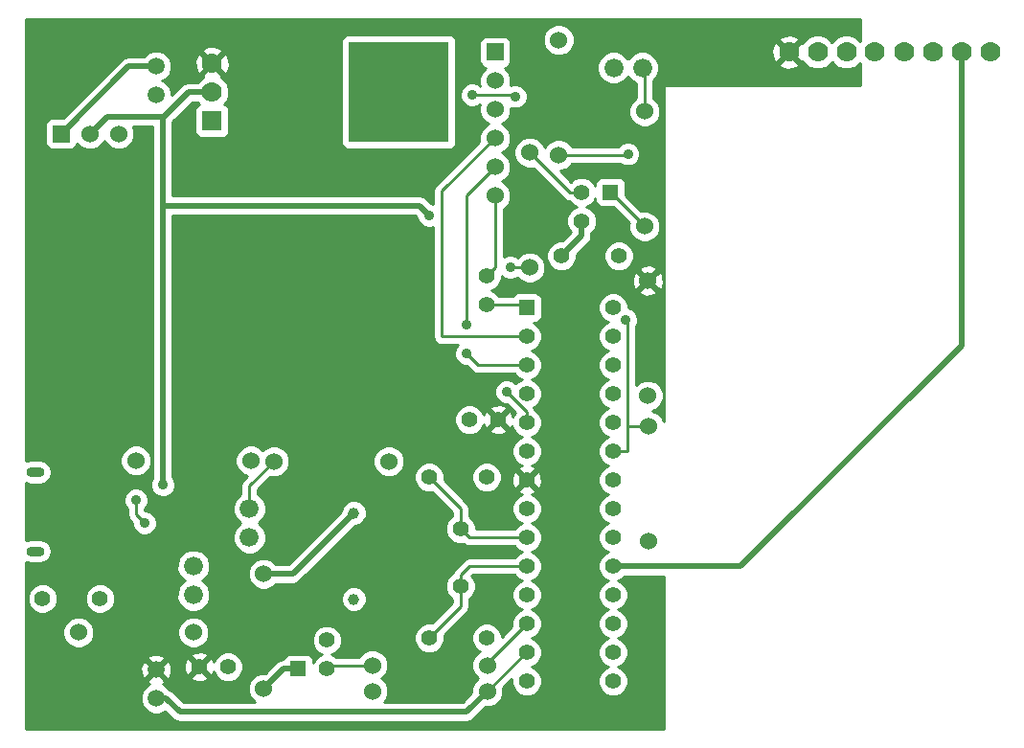
<source format=gbl>
G04 (created by PCBNEW (2013-07-07 BZR 4022)-stable) date 4/28/2015 11:34:22 PM*
%MOIN*%
G04 Gerber Fmt 3.4, Leading zero omitted, Abs format*
%FSLAX34Y34*%
G01*
G70*
G90*
G04 APERTURE LIST*
%ADD10C,0.00590551*%
%ADD11C,0.055*%
%ADD12R,0.055X0.055*%
%ADD13C,0.06*%
%ADD14R,0.06X0.06*%
%ADD15C,0.066*%
%ADD16C,0.056*%
%ADD17C,0.07*%
%ADD18O,0.0629921X0.0354331*%
%ADD19C,0.0590551*%
%ADD20R,0.07X0.07*%
%ADD21R,0.35X0.35*%
%ADD22C,0.0393701*%
%ADD23C,0.035*%
%ADD24C,0.01*%
%ADD25C,0.02*%
G04 APERTURE END LIST*
G54D10*
G54D11*
X30400Y-20100D03*
X30400Y-21100D03*
X30400Y-22100D03*
X30400Y-23100D03*
X30400Y-24100D03*
X30400Y-25100D03*
X30400Y-26100D03*
X30400Y-27100D03*
X30400Y-28100D03*
X30400Y-29100D03*
X30400Y-30100D03*
X30400Y-31100D03*
X30400Y-32100D03*
G54D12*
X30400Y-19100D03*
G54D11*
X33400Y-32100D03*
X33400Y-31100D03*
X33400Y-30100D03*
X33400Y-29100D03*
X33400Y-28100D03*
X33400Y-27100D03*
X33400Y-26100D03*
X33400Y-25100D03*
X33400Y-24100D03*
X33400Y-23100D03*
X33400Y-22100D03*
X33400Y-21100D03*
X33400Y-20100D03*
X33400Y-19100D03*
G54D12*
X22450Y-31675D03*
G54D11*
X23450Y-31675D03*
X23450Y-30675D03*
G54D13*
X31510Y-9780D03*
X31510Y-13780D03*
X25025Y-31550D03*
X29025Y-31550D03*
X14800Y-30400D03*
X18800Y-30400D03*
X34635Y-23215D03*
X34635Y-27215D03*
X30500Y-17700D03*
X30500Y-13700D03*
X21600Y-24450D03*
X25600Y-24450D03*
X25025Y-32450D03*
X29025Y-32450D03*
X16800Y-24425D03*
X20800Y-24425D03*
G54D14*
X29300Y-10200D03*
G54D13*
X29300Y-11200D03*
X29300Y-12200D03*
X29300Y-13200D03*
X29300Y-14200D03*
X29300Y-15200D03*
G54D15*
X18800Y-29100D03*
X18800Y-28100D03*
X34425Y-10750D03*
X33425Y-10750D03*
X20750Y-26100D03*
X20750Y-27100D03*
G54D16*
X28100Y-28800D03*
X28100Y-26800D03*
G54D11*
X15550Y-29225D03*
X13550Y-29225D03*
X31600Y-17300D03*
X33600Y-17300D03*
X27000Y-30600D03*
X29000Y-30600D03*
X27000Y-25000D03*
X29000Y-25000D03*
X19000Y-31600D03*
X20000Y-31600D03*
X29000Y-19000D03*
X29000Y-18000D03*
X29400Y-23000D03*
X28400Y-23000D03*
G54D17*
X46520Y-10208D03*
X45520Y-10208D03*
X44520Y-10208D03*
X43520Y-10208D03*
X42519Y-10208D03*
X41520Y-10208D03*
X40520Y-10208D03*
X39520Y-10208D03*
G54D18*
X13300Y-24822D03*
X13300Y-27577D03*
G54D19*
X17500Y-11700D03*
X17500Y-10700D03*
X17500Y-32700D03*
X17500Y-31700D03*
G54D20*
X19450Y-12600D03*
G54D17*
X19450Y-10600D03*
X19450Y-11600D03*
G54D21*
X25950Y-11600D03*
G54D12*
X33310Y-15080D03*
G54D11*
X32310Y-15080D03*
X32310Y-16080D03*
G54D13*
X34610Y-22160D03*
X34610Y-18160D03*
X34500Y-16275D03*
X34500Y-12275D03*
G54D14*
X14200Y-13050D03*
G54D13*
X15200Y-13050D03*
X16200Y-13050D03*
G54D22*
X24375Y-26253D03*
X24375Y-29246D03*
G54D13*
X21240Y-32360D03*
X21240Y-28360D03*
G54D23*
X29825Y-17700D03*
X29700Y-22025D03*
X28500Y-11700D03*
X30000Y-11750D03*
X16800Y-25800D03*
X17100Y-26600D03*
X28300Y-20700D03*
X28300Y-19700D03*
X27010Y-15900D03*
X17740Y-25270D03*
X33920Y-13750D03*
X33850Y-19530D03*
G54D24*
X30400Y-23100D02*
X30400Y-22725D01*
X29825Y-17700D02*
X30500Y-17700D01*
X30400Y-22725D02*
X29700Y-22025D01*
X29025Y-31550D02*
X29025Y-31475D01*
X29025Y-31475D02*
X30400Y-30100D01*
G54D25*
X17500Y-10700D02*
X16550Y-10700D01*
X16550Y-10700D02*
X14200Y-13050D01*
G54D24*
X25025Y-31550D02*
X23575Y-31550D01*
X23575Y-31550D02*
X23450Y-31675D01*
G54D25*
X22450Y-31675D02*
X21925Y-31675D01*
X21925Y-31675D02*
X21240Y-32360D01*
X21240Y-28360D02*
X22268Y-28360D01*
X22268Y-28360D02*
X24375Y-26253D01*
G54D24*
X20750Y-26100D02*
X20750Y-25300D01*
X20750Y-25300D02*
X21600Y-24450D01*
X28100Y-26800D02*
X28100Y-26100D01*
X28100Y-26100D02*
X27000Y-25000D01*
X30400Y-27100D02*
X28400Y-27100D01*
X28400Y-27100D02*
X28100Y-26800D01*
X28100Y-28800D02*
X28100Y-29500D01*
X28100Y-29500D02*
X27000Y-30600D01*
X30400Y-28100D02*
X28400Y-28100D01*
X28100Y-28400D02*
X28100Y-28800D01*
X28400Y-28100D02*
X28100Y-28400D01*
X29300Y-17700D02*
X29000Y-18000D01*
X29300Y-15200D02*
X29300Y-17700D01*
X31900Y-15100D02*
X30500Y-13700D01*
X29950Y-11700D02*
X28500Y-11700D01*
X30000Y-11750D02*
X29950Y-11700D01*
X32300Y-15100D02*
X31900Y-15100D01*
X34500Y-12275D02*
X34500Y-10825D01*
X34500Y-10825D02*
X34425Y-10750D01*
X33300Y-15100D02*
X33325Y-15100D01*
X33325Y-15100D02*
X34500Y-16275D01*
X16800Y-26300D02*
X16800Y-25800D01*
X17100Y-26600D02*
X16800Y-26300D01*
G54D25*
X37610Y-28100D02*
X37850Y-28100D01*
X37850Y-28100D02*
X45520Y-20430D01*
X45520Y-10208D02*
X45520Y-20430D01*
X33400Y-28100D02*
X37610Y-28100D01*
G54D24*
X30300Y-19000D02*
X30400Y-19100D01*
X29000Y-19000D02*
X30300Y-19000D01*
G54D25*
X17500Y-32700D02*
X17850Y-32700D01*
X28300Y-33175D02*
X29025Y-32450D01*
X18325Y-33175D02*
X28300Y-33175D01*
X17850Y-32700D02*
X18325Y-33175D01*
G54D24*
X30400Y-31100D02*
X30375Y-31100D01*
X30375Y-31100D02*
X29025Y-32450D01*
X30400Y-20100D02*
X27440Y-20100D01*
X27450Y-20090D02*
X27450Y-15040D01*
X27440Y-20100D02*
X27450Y-20090D01*
X29300Y-13200D02*
X29290Y-13200D01*
X29290Y-13200D02*
X27450Y-15040D01*
X28300Y-19700D02*
X28300Y-15200D01*
X28300Y-15200D02*
X29300Y-14200D01*
X28700Y-21100D02*
X30400Y-21100D01*
X28300Y-20700D02*
X28700Y-21100D01*
G54D25*
X18670Y-15550D02*
X17725Y-15550D01*
X17725Y-12880D02*
X17725Y-12495D01*
X17725Y-12495D02*
X18620Y-11600D01*
X26660Y-15550D02*
X18670Y-15550D01*
X27010Y-15900D02*
X26660Y-15550D01*
X17725Y-25255D02*
X17725Y-15550D01*
X17740Y-25270D02*
X17725Y-25255D01*
X17725Y-15550D02*
X17725Y-14605D01*
X32300Y-16100D02*
X32300Y-16600D01*
X32300Y-16600D02*
X31600Y-17300D01*
X18620Y-11600D02*
X19450Y-11600D01*
X17725Y-12450D02*
X17725Y-12880D01*
X17725Y-12880D02*
X17725Y-14605D01*
X15800Y-12450D02*
X15200Y-13050D01*
X17725Y-12450D02*
X17390Y-12450D01*
X17390Y-12450D02*
X15800Y-12450D01*
G54D24*
X33890Y-23220D02*
X34630Y-23220D01*
X34630Y-23220D02*
X34635Y-23215D01*
X33890Y-24100D02*
X33890Y-23330D01*
X33890Y-23330D02*
X33890Y-23220D01*
X33890Y-23220D02*
X33890Y-22220D01*
X33890Y-22220D02*
X33890Y-19570D01*
X33870Y-13800D02*
X31500Y-13800D01*
X33920Y-13750D02*
X33870Y-13800D01*
X33890Y-19570D02*
X33850Y-19530D01*
X33400Y-24100D02*
X33800Y-24100D01*
X33800Y-24100D02*
X33890Y-24100D01*
G54D10*
G36*
X42000Y-11365D02*
X39871Y-11365D01*
X39871Y-10630D01*
X39520Y-10278D01*
X39449Y-10349D01*
X39449Y-10208D01*
X39097Y-9856D01*
X38997Y-9890D01*
X38915Y-10114D01*
X38925Y-10352D01*
X38997Y-10525D01*
X39097Y-10559D01*
X39449Y-10208D01*
X39449Y-10349D01*
X39168Y-10630D01*
X39202Y-10730D01*
X39426Y-10812D01*
X39664Y-10802D01*
X39837Y-10730D01*
X39871Y-10630D01*
X39871Y-11365D01*
X35170Y-11365D01*
X35170Y-23069D01*
X35164Y-23056D01*
X35164Y-18241D01*
X35153Y-18023D01*
X35091Y-17872D01*
X35050Y-17860D01*
X35050Y-16166D01*
X35050Y-12166D01*
X34966Y-11963D01*
X34811Y-11809D01*
X34800Y-11804D01*
X34800Y-11195D01*
X34916Y-11078D01*
X35004Y-10865D01*
X35005Y-10635D01*
X34916Y-10421D01*
X34753Y-10258D01*
X34540Y-10170D01*
X34310Y-10169D01*
X34096Y-10258D01*
X33933Y-10421D01*
X33925Y-10441D01*
X33916Y-10421D01*
X33753Y-10258D01*
X33540Y-10170D01*
X33310Y-10169D01*
X33096Y-10258D01*
X32933Y-10421D01*
X32845Y-10634D01*
X32844Y-10864D01*
X32933Y-11078D01*
X33096Y-11241D01*
X33309Y-11329D01*
X33539Y-11330D01*
X33753Y-11241D01*
X33916Y-11078D01*
X33924Y-11058D01*
X33933Y-11078D01*
X34096Y-11241D01*
X34200Y-11284D01*
X34200Y-11803D01*
X34188Y-11808D01*
X34034Y-11963D01*
X33950Y-12165D01*
X33949Y-12383D01*
X34033Y-12586D01*
X34188Y-12740D01*
X34390Y-12824D01*
X34608Y-12825D01*
X34811Y-12741D01*
X34965Y-12586D01*
X35049Y-12384D01*
X35050Y-12166D01*
X35050Y-16166D01*
X34966Y-15963D01*
X34811Y-15809D01*
X34609Y-15725D01*
X34391Y-15724D01*
X34379Y-15729D01*
X33835Y-15185D01*
X33835Y-14755D01*
X33797Y-14663D01*
X33726Y-14593D01*
X33634Y-14555D01*
X33535Y-14554D01*
X32985Y-14554D01*
X32893Y-14592D01*
X32823Y-14663D01*
X32785Y-14755D01*
X32784Y-14854D01*
X32784Y-14854D01*
X32755Y-14783D01*
X32607Y-14635D01*
X32414Y-14555D01*
X32206Y-14554D01*
X32013Y-14634D01*
X31935Y-14711D01*
X31554Y-14330D01*
X31618Y-14330D01*
X31821Y-14246D01*
X31967Y-14100D01*
X33668Y-14100D01*
X33678Y-14110D01*
X33835Y-14174D01*
X34004Y-14175D01*
X34160Y-14110D01*
X34280Y-13991D01*
X34344Y-13834D01*
X34345Y-13665D01*
X34280Y-13509D01*
X34161Y-13389D01*
X34004Y-13325D01*
X33835Y-13324D01*
X33679Y-13389D01*
X33568Y-13500D01*
X32060Y-13500D01*
X32060Y-9671D01*
X31976Y-9468D01*
X31821Y-9314D01*
X31619Y-9230D01*
X31401Y-9229D01*
X31198Y-9313D01*
X31044Y-9468D01*
X30960Y-9670D01*
X30959Y-9888D01*
X31043Y-10091D01*
X31198Y-10245D01*
X31400Y-10329D01*
X31618Y-10330D01*
X31821Y-10246D01*
X31975Y-10091D01*
X32059Y-9889D01*
X32060Y-9671D01*
X32060Y-13500D01*
X31989Y-13500D01*
X31976Y-13468D01*
X31821Y-13314D01*
X31619Y-13230D01*
X31401Y-13229D01*
X31198Y-13313D01*
X31044Y-13468D01*
X31021Y-13522D01*
X30966Y-13388D01*
X30811Y-13234D01*
X30609Y-13150D01*
X30391Y-13149D01*
X30188Y-13233D01*
X30034Y-13388D01*
X29950Y-13590D01*
X29949Y-13808D01*
X30033Y-14011D01*
X30188Y-14165D01*
X30390Y-14249D01*
X30608Y-14250D01*
X30620Y-14245D01*
X31687Y-15312D01*
X31687Y-15312D01*
X31785Y-15377D01*
X31884Y-15396D01*
X32012Y-15524D01*
X32145Y-15580D01*
X32013Y-15634D01*
X31865Y-15782D01*
X31785Y-15975D01*
X31784Y-16183D01*
X31864Y-16377D01*
X31946Y-16458D01*
X31629Y-16775D01*
X31496Y-16774D01*
X31303Y-16854D01*
X31155Y-17002D01*
X31075Y-17195D01*
X31074Y-17403D01*
X31154Y-17597D01*
X31302Y-17744D01*
X31495Y-17824D01*
X31703Y-17825D01*
X31897Y-17745D01*
X32044Y-17597D01*
X32124Y-17404D01*
X32125Y-17269D01*
X32547Y-16847D01*
X32547Y-16847D01*
X32547Y-16847D01*
X32623Y-16733D01*
X32650Y-16600D01*
X32649Y-16600D01*
X32650Y-16600D01*
X32650Y-16482D01*
X32754Y-16377D01*
X32834Y-16184D01*
X32835Y-15976D01*
X32755Y-15783D01*
X32607Y-15635D01*
X32474Y-15579D01*
X32607Y-15525D01*
X32754Y-15377D01*
X32784Y-15305D01*
X32784Y-15404D01*
X32822Y-15496D01*
X32893Y-15566D01*
X32985Y-15604D01*
X33084Y-15605D01*
X33405Y-15605D01*
X33954Y-16153D01*
X33950Y-16165D01*
X33949Y-16383D01*
X34033Y-16586D01*
X34188Y-16740D01*
X34390Y-16824D01*
X34608Y-16825D01*
X34811Y-16741D01*
X34965Y-16586D01*
X35049Y-16384D01*
X35050Y-16166D01*
X35050Y-17860D01*
X34995Y-17844D01*
X34925Y-17915D01*
X34925Y-17774D01*
X34897Y-17678D01*
X34691Y-17605D01*
X34473Y-17616D01*
X34322Y-17678D01*
X34294Y-17774D01*
X34610Y-18089D01*
X34925Y-17774D01*
X34925Y-17915D01*
X34680Y-18160D01*
X34995Y-18475D01*
X35091Y-18447D01*
X35164Y-18241D01*
X35164Y-23056D01*
X35101Y-22903D01*
X34946Y-22749D01*
X34786Y-22682D01*
X34921Y-22626D01*
X35075Y-22471D01*
X35159Y-22269D01*
X35160Y-22051D01*
X35076Y-21848D01*
X34925Y-21697D01*
X34925Y-18545D01*
X34610Y-18230D01*
X34539Y-18301D01*
X34539Y-18160D01*
X34224Y-17844D01*
X34128Y-17872D01*
X34125Y-17882D01*
X34125Y-17196D01*
X34045Y-17003D01*
X33897Y-16855D01*
X33704Y-16775D01*
X33496Y-16774D01*
X33303Y-16854D01*
X33155Y-17002D01*
X33075Y-17195D01*
X33074Y-17403D01*
X33154Y-17597D01*
X33302Y-17744D01*
X33495Y-17824D01*
X33703Y-17825D01*
X33897Y-17745D01*
X34044Y-17597D01*
X34124Y-17404D01*
X34125Y-17196D01*
X34125Y-17882D01*
X34055Y-18078D01*
X34066Y-18296D01*
X34128Y-18447D01*
X34224Y-18475D01*
X34539Y-18160D01*
X34539Y-18301D01*
X34294Y-18545D01*
X34322Y-18641D01*
X34528Y-18714D01*
X34746Y-18703D01*
X34897Y-18641D01*
X34925Y-18545D01*
X34925Y-21697D01*
X34921Y-21694D01*
X34719Y-21610D01*
X34501Y-21609D01*
X34298Y-21693D01*
X34190Y-21802D01*
X34190Y-19791D01*
X34210Y-19771D01*
X34274Y-19614D01*
X34275Y-19445D01*
X34210Y-19289D01*
X34091Y-19169D01*
X33934Y-19105D01*
X33924Y-19105D01*
X33925Y-18996D01*
X33845Y-18803D01*
X33697Y-18655D01*
X33504Y-18575D01*
X33296Y-18574D01*
X33103Y-18654D01*
X32955Y-18802D01*
X32875Y-18995D01*
X32874Y-19203D01*
X32954Y-19397D01*
X33102Y-19544D01*
X33235Y-19600D01*
X33103Y-19654D01*
X32955Y-19802D01*
X32875Y-19995D01*
X32874Y-20203D01*
X32954Y-20397D01*
X33102Y-20544D01*
X33235Y-20600D01*
X33103Y-20654D01*
X32955Y-20802D01*
X32875Y-20995D01*
X32874Y-21203D01*
X32954Y-21397D01*
X33102Y-21544D01*
X33235Y-21600D01*
X33103Y-21654D01*
X32955Y-21802D01*
X32875Y-21995D01*
X32874Y-22203D01*
X32954Y-22397D01*
X33102Y-22544D01*
X33235Y-22600D01*
X33103Y-22654D01*
X32955Y-22802D01*
X32875Y-22995D01*
X32874Y-23203D01*
X32954Y-23397D01*
X33102Y-23544D01*
X33235Y-23600D01*
X33103Y-23654D01*
X32955Y-23802D01*
X32875Y-23995D01*
X32874Y-24203D01*
X32954Y-24397D01*
X33102Y-24544D01*
X33235Y-24600D01*
X33103Y-24654D01*
X32955Y-24802D01*
X32875Y-24995D01*
X32874Y-25203D01*
X32954Y-25397D01*
X33102Y-25544D01*
X33235Y-25600D01*
X33103Y-25654D01*
X32955Y-25802D01*
X32875Y-25995D01*
X32874Y-26203D01*
X32954Y-26397D01*
X33102Y-26544D01*
X33235Y-26600D01*
X33103Y-26654D01*
X32955Y-26802D01*
X32875Y-26995D01*
X32874Y-27203D01*
X32954Y-27397D01*
X33102Y-27544D01*
X33235Y-27600D01*
X33103Y-27654D01*
X32955Y-27802D01*
X32875Y-27995D01*
X32874Y-28203D01*
X32954Y-28397D01*
X33102Y-28544D01*
X33235Y-28600D01*
X33103Y-28654D01*
X32955Y-28802D01*
X32875Y-28995D01*
X32874Y-29203D01*
X32954Y-29397D01*
X33102Y-29544D01*
X33235Y-29600D01*
X33103Y-29654D01*
X32955Y-29802D01*
X32875Y-29995D01*
X32874Y-30203D01*
X32954Y-30397D01*
X33102Y-30544D01*
X33235Y-30600D01*
X33103Y-30654D01*
X32955Y-30802D01*
X32875Y-30995D01*
X32874Y-31203D01*
X32954Y-31397D01*
X33102Y-31544D01*
X33235Y-31600D01*
X33103Y-31654D01*
X32955Y-31802D01*
X32875Y-31995D01*
X32874Y-32203D01*
X32954Y-32397D01*
X33102Y-32544D01*
X33295Y-32624D01*
X33503Y-32625D01*
X33697Y-32545D01*
X33844Y-32397D01*
X33924Y-32204D01*
X33925Y-31996D01*
X33845Y-31803D01*
X33697Y-31655D01*
X33564Y-31599D01*
X33697Y-31545D01*
X33844Y-31397D01*
X33924Y-31204D01*
X33925Y-30996D01*
X33845Y-30803D01*
X33697Y-30655D01*
X33564Y-30599D01*
X33697Y-30545D01*
X33844Y-30397D01*
X33924Y-30204D01*
X33925Y-29996D01*
X33845Y-29803D01*
X33697Y-29655D01*
X33564Y-29599D01*
X33697Y-29545D01*
X33844Y-29397D01*
X33924Y-29204D01*
X33925Y-28996D01*
X33845Y-28803D01*
X33697Y-28655D01*
X33564Y-28599D01*
X33697Y-28545D01*
X33792Y-28450D01*
X35170Y-28450D01*
X35170Y-33755D01*
X31050Y-33755D01*
X31050Y-17591D01*
X30966Y-17388D01*
X30811Y-17234D01*
X30609Y-17150D01*
X30391Y-17149D01*
X30188Y-17233D01*
X30074Y-17347D01*
X30066Y-17339D01*
X29909Y-17275D01*
X29740Y-17274D01*
X29600Y-17333D01*
X29600Y-15671D01*
X29611Y-15666D01*
X29765Y-15511D01*
X29849Y-15309D01*
X29850Y-15091D01*
X29766Y-14888D01*
X29611Y-14734D01*
X29530Y-14700D01*
X29611Y-14666D01*
X29765Y-14511D01*
X29849Y-14309D01*
X29850Y-14091D01*
X29766Y-13888D01*
X29611Y-13734D01*
X29530Y-13700D01*
X29611Y-13666D01*
X29765Y-13511D01*
X29849Y-13309D01*
X29850Y-13091D01*
X29766Y-12888D01*
X29611Y-12734D01*
X29530Y-12700D01*
X29611Y-12666D01*
X29765Y-12511D01*
X29849Y-12309D01*
X29850Y-12147D01*
X29915Y-12174D01*
X30084Y-12175D01*
X30240Y-12110D01*
X30360Y-11991D01*
X30424Y-11834D01*
X30425Y-11665D01*
X30360Y-11509D01*
X30241Y-11389D01*
X30084Y-11325D01*
X29915Y-11324D01*
X29828Y-11360D01*
X29849Y-11309D01*
X29850Y-11091D01*
X29766Y-10888D01*
X29627Y-10750D01*
X29649Y-10750D01*
X29741Y-10712D01*
X29811Y-10641D01*
X29849Y-10549D01*
X29850Y-10450D01*
X29850Y-9850D01*
X29812Y-9758D01*
X29741Y-9688D01*
X29649Y-9650D01*
X29550Y-9649D01*
X28950Y-9649D01*
X28858Y-9687D01*
X28788Y-9758D01*
X28750Y-9850D01*
X28749Y-9949D01*
X28749Y-10549D01*
X28787Y-10641D01*
X28858Y-10711D01*
X28950Y-10749D01*
X28972Y-10749D01*
X28834Y-10888D01*
X28750Y-11090D01*
X28749Y-11308D01*
X28778Y-11376D01*
X28741Y-11339D01*
X28584Y-11275D01*
X28415Y-11274D01*
X28259Y-11339D01*
X28139Y-11458D01*
X28075Y-11615D01*
X28074Y-11784D01*
X28139Y-11940D01*
X28258Y-12060D01*
X28415Y-12124D01*
X28584Y-12125D01*
X28740Y-12060D01*
X28777Y-12023D01*
X28750Y-12090D01*
X28749Y-12308D01*
X28833Y-12511D01*
X28988Y-12665D01*
X29069Y-12699D01*
X28988Y-12733D01*
X28834Y-12888D01*
X28750Y-13090D01*
X28749Y-13308D01*
X28751Y-13313D01*
X27950Y-14115D01*
X27950Y-13300D01*
X27950Y-9800D01*
X27912Y-9708D01*
X27841Y-9638D01*
X27749Y-9600D01*
X27650Y-9599D01*
X24150Y-9599D01*
X24058Y-9637D01*
X23988Y-9708D01*
X23950Y-9800D01*
X23949Y-9899D01*
X23949Y-13399D01*
X23987Y-13491D01*
X24058Y-13561D01*
X24150Y-13599D01*
X24249Y-13600D01*
X27749Y-13600D01*
X27841Y-13562D01*
X27911Y-13491D01*
X27949Y-13399D01*
X27950Y-13300D01*
X27950Y-14115D01*
X27237Y-14827D01*
X27172Y-14925D01*
X27150Y-15040D01*
X27150Y-15497D01*
X27094Y-15475D01*
X27080Y-15475D01*
X26907Y-15302D01*
X26793Y-15226D01*
X26660Y-15200D01*
X20054Y-15200D01*
X20054Y-10693D01*
X20044Y-10455D01*
X19972Y-10282D01*
X19872Y-10248D01*
X19801Y-10319D01*
X19801Y-10177D01*
X19767Y-10077D01*
X19543Y-9995D01*
X19305Y-10005D01*
X19132Y-10077D01*
X19098Y-10177D01*
X19450Y-10529D01*
X19801Y-10177D01*
X19801Y-10319D01*
X19520Y-10600D01*
X19872Y-10951D01*
X19972Y-10917D01*
X20054Y-10693D01*
X20054Y-15200D01*
X18670Y-15200D01*
X18075Y-15200D01*
X18075Y-14605D01*
X18075Y-12880D01*
X18075Y-12639D01*
X18764Y-11950D01*
X18951Y-11950D01*
X19015Y-12014D01*
X18958Y-12037D01*
X18888Y-12108D01*
X18850Y-12200D01*
X18849Y-12299D01*
X18849Y-12999D01*
X18887Y-13091D01*
X18958Y-13161D01*
X19050Y-13199D01*
X19149Y-13200D01*
X19849Y-13200D01*
X19941Y-13162D01*
X20011Y-13091D01*
X20049Y-12999D01*
X20050Y-12900D01*
X20050Y-12200D01*
X20012Y-12108D01*
X19941Y-12038D01*
X19884Y-12014D01*
X19958Y-11940D01*
X20049Y-11719D01*
X20050Y-11481D01*
X19958Y-11260D01*
X19790Y-11091D01*
X19779Y-11087D01*
X19801Y-11022D01*
X19450Y-10670D01*
X19379Y-10741D01*
X19379Y-10600D01*
X19027Y-10248D01*
X18927Y-10282D01*
X18845Y-10506D01*
X18855Y-10744D01*
X18927Y-10917D01*
X19027Y-10951D01*
X19379Y-10600D01*
X19379Y-10741D01*
X19098Y-11022D01*
X19120Y-11087D01*
X19110Y-11091D01*
X18951Y-11250D01*
X18620Y-11250D01*
X18486Y-11276D01*
X18372Y-11352D01*
X18372Y-11352D01*
X18045Y-11679D01*
X18045Y-11592D01*
X17962Y-11391D01*
X17809Y-11238D01*
X17717Y-11200D01*
X17808Y-11162D01*
X17961Y-11009D01*
X18045Y-10808D01*
X18045Y-10592D01*
X17962Y-10391D01*
X17809Y-10238D01*
X17608Y-10154D01*
X17392Y-10154D01*
X17191Y-10237D01*
X17078Y-10350D01*
X16550Y-10350D01*
X16549Y-10350D01*
X16416Y-10376D01*
X16302Y-10452D01*
X16302Y-10452D01*
X14255Y-12499D01*
X13850Y-12499D01*
X13758Y-12537D01*
X13688Y-12608D01*
X13650Y-12700D01*
X13649Y-12799D01*
X13649Y-13399D01*
X13687Y-13491D01*
X13758Y-13561D01*
X13850Y-13599D01*
X13949Y-13600D01*
X14549Y-13600D01*
X14641Y-13562D01*
X14711Y-13491D01*
X14749Y-13399D01*
X14749Y-13377D01*
X14888Y-13515D01*
X15090Y-13599D01*
X15308Y-13600D01*
X15511Y-13516D01*
X15665Y-13361D01*
X15699Y-13280D01*
X15733Y-13361D01*
X15888Y-13515D01*
X16090Y-13599D01*
X16308Y-13600D01*
X16511Y-13516D01*
X16665Y-13361D01*
X16749Y-13159D01*
X16750Y-12941D01*
X16691Y-12800D01*
X17375Y-12800D01*
X17375Y-12880D01*
X17375Y-14605D01*
X17375Y-15550D01*
X17375Y-25040D01*
X17350Y-25100D01*
X17350Y-24316D01*
X17266Y-24113D01*
X17111Y-23959D01*
X16909Y-23875D01*
X16691Y-23874D01*
X16488Y-23958D01*
X16334Y-24113D01*
X16250Y-24315D01*
X16249Y-24533D01*
X16333Y-24736D01*
X16488Y-24890D01*
X16690Y-24974D01*
X16908Y-24975D01*
X17111Y-24891D01*
X17265Y-24736D01*
X17349Y-24534D01*
X17350Y-24316D01*
X17350Y-25100D01*
X17315Y-25185D01*
X17314Y-25354D01*
X17379Y-25510D01*
X17498Y-25630D01*
X17655Y-25694D01*
X17824Y-25695D01*
X17980Y-25630D01*
X18100Y-25511D01*
X18164Y-25354D01*
X18165Y-25185D01*
X18100Y-25029D01*
X18075Y-25004D01*
X18075Y-15900D01*
X18670Y-15900D01*
X26515Y-15900D01*
X26584Y-15969D01*
X26584Y-15984D01*
X26649Y-16140D01*
X26768Y-16260D01*
X26925Y-16324D01*
X27094Y-16325D01*
X27150Y-16302D01*
X27150Y-20049D01*
X27140Y-20100D01*
X27162Y-20214D01*
X27227Y-20312D01*
X27325Y-20377D01*
X27325Y-20377D01*
X27440Y-20400D01*
X27998Y-20400D01*
X27939Y-20458D01*
X27875Y-20615D01*
X27874Y-20784D01*
X27939Y-20940D01*
X28058Y-21060D01*
X28215Y-21124D01*
X28300Y-21125D01*
X28487Y-21312D01*
X28487Y-21312D01*
X28585Y-21377D01*
X28699Y-21399D01*
X28700Y-21400D01*
X29957Y-21400D01*
X30102Y-21544D01*
X30235Y-21600D01*
X30103Y-21654D01*
X30016Y-21740D01*
X29941Y-21664D01*
X29784Y-21600D01*
X29615Y-21599D01*
X29459Y-21664D01*
X29339Y-21783D01*
X29275Y-21940D01*
X29274Y-22109D01*
X29339Y-22265D01*
X29458Y-22385D01*
X29615Y-22449D01*
X29700Y-22450D01*
X30004Y-22753D01*
X29955Y-22802D01*
X29919Y-22887D01*
X29918Y-22867D01*
X29860Y-22727D01*
X29767Y-22702D01*
X29697Y-22773D01*
X29697Y-22632D01*
X29672Y-22539D01*
X29475Y-22470D01*
X29267Y-22481D01*
X29127Y-22539D01*
X29102Y-22632D01*
X29400Y-22929D01*
X29697Y-22632D01*
X29697Y-22773D01*
X29470Y-23000D01*
X29767Y-23297D01*
X29860Y-23272D01*
X29880Y-23216D01*
X29954Y-23397D01*
X30102Y-23544D01*
X30235Y-23600D01*
X30103Y-23654D01*
X29955Y-23802D01*
X29875Y-23995D01*
X29874Y-24203D01*
X29954Y-24397D01*
X30102Y-24544D01*
X30228Y-24597D01*
X30127Y-24639D01*
X30102Y-24732D01*
X30400Y-25029D01*
X30697Y-24732D01*
X30672Y-24639D01*
X30562Y-24600D01*
X30697Y-24545D01*
X30844Y-24397D01*
X30924Y-24204D01*
X30925Y-23996D01*
X30845Y-23803D01*
X30697Y-23655D01*
X30564Y-23599D01*
X30697Y-23545D01*
X30844Y-23397D01*
X30924Y-23204D01*
X30925Y-22996D01*
X30845Y-22803D01*
X30697Y-22655D01*
X30685Y-22649D01*
X30677Y-22610D01*
X30647Y-22565D01*
X30697Y-22545D01*
X30844Y-22397D01*
X30924Y-22204D01*
X30925Y-21996D01*
X30845Y-21803D01*
X30697Y-21655D01*
X30564Y-21599D01*
X30697Y-21545D01*
X30844Y-21397D01*
X30924Y-21204D01*
X30925Y-20996D01*
X30845Y-20803D01*
X30697Y-20655D01*
X30564Y-20599D01*
X30697Y-20545D01*
X30844Y-20397D01*
X30924Y-20204D01*
X30925Y-19996D01*
X30845Y-19803D01*
X30697Y-19655D01*
X30625Y-19625D01*
X30724Y-19625D01*
X30816Y-19587D01*
X30886Y-19516D01*
X30924Y-19424D01*
X30925Y-19325D01*
X30925Y-18775D01*
X30887Y-18683D01*
X30816Y-18613D01*
X30724Y-18575D01*
X30625Y-18574D01*
X30075Y-18574D01*
X29983Y-18612D01*
X29913Y-18683D01*
X29906Y-18700D01*
X29442Y-18700D01*
X29297Y-18555D01*
X29164Y-18499D01*
X29297Y-18445D01*
X29444Y-18297D01*
X29524Y-18104D01*
X29524Y-18001D01*
X29583Y-18060D01*
X29740Y-18124D01*
X29909Y-18125D01*
X30065Y-18060D01*
X30074Y-18051D01*
X30188Y-18165D01*
X30390Y-18249D01*
X30608Y-18250D01*
X30811Y-18166D01*
X30965Y-18011D01*
X31049Y-17809D01*
X31050Y-17591D01*
X31050Y-33755D01*
X30929Y-33755D01*
X30929Y-25175D01*
X30918Y-24967D01*
X30860Y-24827D01*
X30767Y-24802D01*
X30470Y-25100D01*
X30767Y-25397D01*
X30860Y-25372D01*
X30929Y-25175D01*
X30929Y-33755D01*
X30925Y-33755D01*
X30925Y-31996D01*
X30845Y-31803D01*
X30697Y-31655D01*
X30564Y-31599D01*
X30697Y-31545D01*
X30844Y-31397D01*
X30924Y-31204D01*
X30925Y-30996D01*
X30845Y-30803D01*
X30697Y-30655D01*
X30564Y-30599D01*
X30697Y-30545D01*
X30844Y-30397D01*
X30924Y-30204D01*
X30925Y-29996D01*
X30845Y-29803D01*
X30697Y-29655D01*
X30564Y-29599D01*
X30697Y-29545D01*
X30844Y-29397D01*
X30924Y-29204D01*
X30925Y-28996D01*
X30845Y-28803D01*
X30697Y-28655D01*
X30564Y-28599D01*
X30697Y-28545D01*
X30844Y-28397D01*
X30924Y-28204D01*
X30925Y-27996D01*
X30845Y-27803D01*
X30697Y-27655D01*
X30564Y-27599D01*
X30697Y-27545D01*
X30844Y-27397D01*
X30924Y-27204D01*
X30925Y-26996D01*
X30845Y-26803D01*
X30697Y-26655D01*
X30564Y-26599D01*
X30697Y-26545D01*
X30844Y-26397D01*
X30924Y-26204D01*
X30925Y-25996D01*
X30845Y-25803D01*
X30697Y-25655D01*
X30571Y-25602D01*
X30672Y-25560D01*
X30697Y-25467D01*
X30400Y-25170D01*
X30329Y-25241D01*
X30329Y-25100D01*
X30032Y-24802D01*
X29939Y-24827D01*
X29870Y-25024D01*
X29881Y-25232D01*
X29939Y-25372D01*
X30032Y-25397D01*
X30329Y-25100D01*
X30329Y-25241D01*
X30102Y-25467D01*
X30127Y-25560D01*
X30237Y-25599D01*
X30103Y-25654D01*
X29955Y-25802D01*
X29875Y-25995D01*
X29874Y-26203D01*
X29954Y-26397D01*
X30102Y-26544D01*
X30235Y-26600D01*
X30103Y-26654D01*
X29957Y-26800D01*
X29697Y-26800D01*
X29697Y-23367D01*
X29400Y-23070D01*
X29329Y-23141D01*
X29329Y-23000D01*
X29032Y-22702D01*
X28939Y-22727D01*
X28900Y-22837D01*
X28845Y-22703D01*
X28697Y-22555D01*
X28504Y-22475D01*
X28296Y-22474D01*
X28103Y-22554D01*
X27955Y-22702D01*
X27875Y-22895D01*
X27874Y-23103D01*
X27954Y-23297D01*
X28102Y-23444D01*
X28295Y-23524D01*
X28503Y-23525D01*
X28697Y-23445D01*
X28844Y-23297D01*
X28897Y-23171D01*
X28939Y-23272D01*
X29032Y-23297D01*
X29329Y-23000D01*
X29329Y-23141D01*
X29102Y-23367D01*
X29127Y-23460D01*
X29324Y-23529D01*
X29532Y-23518D01*
X29672Y-23460D01*
X29697Y-23367D01*
X29697Y-26800D01*
X29525Y-26800D01*
X29525Y-24896D01*
X29445Y-24703D01*
X29297Y-24555D01*
X29104Y-24475D01*
X28896Y-24474D01*
X28703Y-24554D01*
X28555Y-24702D01*
X28475Y-24895D01*
X28474Y-25103D01*
X28554Y-25297D01*
X28702Y-25444D01*
X28895Y-25524D01*
X29103Y-25525D01*
X29297Y-25445D01*
X29444Y-25297D01*
X29524Y-25104D01*
X29525Y-24896D01*
X29525Y-26800D01*
X28630Y-26800D01*
X28630Y-26695D01*
X28549Y-26500D01*
X28400Y-26350D01*
X28400Y-26350D01*
X28400Y-26100D01*
X28377Y-25985D01*
X28312Y-25887D01*
X28312Y-25887D01*
X27524Y-25100D01*
X27525Y-24896D01*
X27445Y-24703D01*
X27297Y-24555D01*
X27104Y-24475D01*
X26896Y-24474D01*
X26703Y-24554D01*
X26555Y-24702D01*
X26475Y-24895D01*
X26474Y-25103D01*
X26554Y-25297D01*
X26702Y-25444D01*
X26895Y-25524D01*
X27100Y-25525D01*
X27800Y-26224D01*
X27800Y-26350D01*
X27650Y-26499D01*
X27570Y-26694D01*
X27569Y-26904D01*
X27650Y-27099D01*
X27799Y-27249D01*
X27994Y-27329D01*
X28204Y-27330D01*
X28211Y-27327D01*
X28285Y-27377D01*
X28399Y-27399D01*
X28400Y-27400D01*
X29957Y-27400D01*
X30102Y-27544D01*
X30235Y-27600D01*
X30103Y-27654D01*
X29957Y-27800D01*
X28400Y-27800D01*
X28285Y-27822D01*
X28187Y-27887D01*
X27887Y-28187D01*
X27822Y-28285D01*
X27810Y-28346D01*
X27800Y-28350D01*
X27650Y-28499D01*
X27570Y-28694D01*
X27569Y-28904D01*
X27650Y-29099D01*
X27799Y-29249D01*
X27800Y-29249D01*
X27800Y-29375D01*
X27100Y-30075D01*
X26896Y-30074D01*
X26703Y-30154D01*
X26555Y-30302D01*
X26475Y-30495D01*
X26474Y-30703D01*
X26554Y-30897D01*
X26702Y-31044D01*
X26895Y-31124D01*
X27103Y-31125D01*
X27297Y-31045D01*
X27444Y-30897D01*
X27524Y-30704D01*
X27525Y-30499D01*
X28312Y-29712D01*
X28312Y-29712D01*
X28377Y-29614D01*
X28399Y-29500D01*
X28400Y-29500D01*
X28400Y-29249D01*
X28549Y-29100D01*
X28629Y-28905D01*
X28630Y-28695D01*
X28549Y-28500D01*
X28486Y-28437D01*
X28524Y-28400D01*
X29957Y-28400D01*
X30102Y-28544D01*
X30235Y-28600D01*
X30103Y-28654D01*
X29955Y-28802D01*
X29875Y-28995D01*
X29874Y-29203D01*
X29954Y-29397D01*
X30102Y-29544D01*
X30235Y-29600D01*
X30103Y-29654D01*
X29955Y-29802D01*
X29875Y-29995D01*
X29874Y-30200D01*
X29525Y-30550D01*
X29525Y-30496D01*
X29445Y-30303D01*
X29297Y-30155D01*
X29104Y-30075D01*
X28896Y-30074D01*
X28703Y-30154D01*
X28555Y-30302D01*
X28475Y-30495D01*
X28474Y-30703D01*
X28554Y-30897D01*
X28702Y-31044D01*
X28754Y-31066D01*
X28713Y-31083D01*
X28559Y-31238D01*
X28475Y-31440D01*
X28474Y-31658D01*
X28558Y-31861D01*
X28697Y-32000D01*
X28559Y-32138D01*
X28475Y-32340D01*
X28474Y-32505D01*
X28155Y-32825D01*
X26150Y-32825D01*
X26150Y-24341D01*
X26066Y-24138D01*
X25911Y-23984D01*
X25709Y-23900D01*
X25491Y-23899D01*
X25288Y-23983D01*
X25134Y-24138D01*
X25050Y-24340D01*
X25049Y-24558D01*
X25133Y-24761D01*
X25288Y-24915D01*
X25490Y-24999D01*
X25708Y-25000D01*
X25911Y-24916D01*
X26065Y-24761D01*
X26149Y-24559D01*
X26150Y-24341D01*
X26150Y-32825D01*
X25427Y-32825D01*
X25490Y-32761D01*
X25574Y-32559D01*
X25575Y-32341D01*
X25491Y-32138D01*
X25352Y-31999D01*
X25490Y-31861D01*
X25574Y-31659D01*
X25575Y-31441D01*
X25491Y-31238D01*
X25336Y-31084D01*
X25134Y-31000D01*
X24916Y-30999D01*
X24821Y-31038D01*
X24821Y-29157D01*
X24821Y-26165D01*
X24754Y-26001D01*
X24628Y-25875D01*
X24464Y-25807D01*
X24286Y-25807D01*
X24122Y-25874D01*
X23996Y-26000D01*
X23928Y-26164D01*
X23928Y-26205D01*
X22150Y-27983D01*
X22150Y-24341D01*
X22066Y-24138D01*
X21911Y-23984D01*
X21709Y-23900D01*
X21491Y-23899D01*
X21288Y-23983D01*
X21212Y-24059D01*
X21111Y-23959D01*
X20909Y-23875D01*
X20691Y-23874D01*
X20488Y-23958D01*
X20334Y-24113D01*
X20250Y-24315D01*
X20249Y-24533D01*
X20333Y-24736D01*
X20488Y-24890D01*
X20662Y-24963D01*
X20537Y-25087D01*
X20472Y-25185D01*
X20450Y-25300D01*
X20450Y-25596D01*
X20421Y-25608D01*
X20258Y-25771D01*
X20170Y-25984D01*
X20169Y-26214D01*
X20258Y-26428D01*
X20421Y-26591D01*
X20441Y-26599D01*
X20421Y-26608D01*
X20258Y-26771D01*
X20170Y-26984D01*
X20169Y-27214D01*
X20258Y-27428D01*
X20421Y-27591D01*
X20634Y-27679D01*
X20864Y-27680D01*
X21078Y-27591D01*
X21241Y-27428D01*
X21329Y-27215D01*
X21330Y-26985D01*
X21241Y-26771D01*
X21078Y-26608D01*
X21058Y-26600D01*
X21078Y-26591D01*
X21241Y-26428D01*
X21329Y-26215D01*
X21330Y-25985D01*
X21241Y-25771D01*
X21078Y-25608D01*
X21050Y-25596D01*
X21050Y-25424D01*
X21478Y-24995D01*
X21490Y-24999D01*
X21708Y-25000D01*
X21911Y-24916D01*
X22065Y-24761D01*
X22149Y-24559D01*
X22150Y-24341D01*
X22150Y-27983D01*
X22123Y-28010D01*
X21667Y-28010D01*
X21551Y-27894D01*
X21349Y-27810D01*
X21131Y-27809D01*
X20928Y-27893D01*
X20774Y-28048D01*
X20690Y-28250D01*
X20689Y-28468D01*
X20773Y-28671D01*
X20928Y-28825D01*
X21130Y-28909D01*
X21348Y-28910D01*
X21551Y-28826D01*
X21667Y-28710D01*
X22268Y-28710D01*
X22402Y-28683D01*
X22402Y-28683D01*
X22516Y-28607D01*
X24423Y-26700D01*
X24463Y-26700D01*
X24627Y-26632D01*
X24753Y-26507D01*
X24821Y-26343D01*
X24821Y-26165D01*
X24821Y-29157D01*
X24754Y-28993D01*
X24628Y-28867D01*
X24464Y-28799D01*
X24286Y-28799D01*
X24122Y-28867D01*
X23996Y-28992D01*
X23928Y-29156D01*
X23928Y-29334D01*
X23995Y-29498D01*
X24121Y-29624D01*
X24285Y-29692D01*
X24463Y-29692D01*
X24627Y-29625D01*
X24753Y-29499D01*
X24821Y-29335D01*
X24821Y-29157D01*
X24821Y-31038D01*
X24713Y-31083D01*
X24559Y-31238D01*
X24554Y-31250D01*
X23767Y-31250D01*
X23747Y-31230D01*
X23614Y-31174D01*
X23747Y-31120D01*
X23894Y-30972D01*
X23974Y-30779D01*
X23975Y-30571D01*
X23895Y-30378D01*
X23747Y-30230D01*
X23554Y-30150D01*
X23346Y-30149D01*
X23153Y-30229D01*
X23005Y-30377D01*
X22925Y-30570D01*
X22924Y-30778D01*
X23004Y-30972D01*
X23152Y-31119D01*
X23285Y-31175D01*
X23153Y-31229D01*
X23005Y-31377D01*
X22975Y-31449D01*
X22975Y-31350D01*
X22937Y-31258D01*
X22866Y-31188D01*
X22774Y-31150D01*
X22675Y-31149D01*
X22125Y-31149D01*
X22033Y-31187D01*
X21963Y-31258D01*
X21935Y-31325D01*
X21925Y-31325D01*
X21791Y-31351D01*
X21677Y-31427D01*
X21294Y-31810D01*
X21131Y-31809D01*
X20928Y-31893D01*
X20774Y-32048D01*
X20690Y-32250D01*
X20689Y-32468D01*
X20773Y-32671D01*
X20927Y-32825D01*
X20525Y-32825D01*
X20525Y-31496D01*
X20445Y-31303D01*
X20297Y-31155D01*
X20104Y-31075D01*
X19896Y-31074D01*
X19703Y-31154D01*
X19555Y-31302D01*
X19502Y-31428D01*
X19460Y-31327D01*
X19380Y-31306D01*
X19380Y-28985D01*
X19291Y-28771D01*
X19128Y-28608D01*
X19108Y-28600D01*
X19128Y-28591D01*
X19291Y-28428D01*
X19379Y-28215D01*
X19380Y-27985D01*
X19291Y-27771D01*
X19128Y-27608D01*
X18915Y-27520D01*
X18685Y-27519D01*
X18471Y-27608D01*
X18308Y-27771D01*
X18220Y-27984D01*
X18219Y-28214D01*
X18308Y-28428D01*
X18471Y-28591D01*
X18491Y-28599D01*
X18471Y-28608D01*
X18308Y-28771D01*
X18220Y-28984D01*
X18219Y-29214D01*
X18308Y-29428D01*
X18471Y-29591D01*
X18684Y-29679D01*
X18914Y-29680D01*
X19128Y-29591D01*
X19291Y-29428D01*
X19379Y-29215D01*
X19380Y-28985D01*
X19380Y-31306D01*
X19367Y-31302D01*
X19350Y-31320D01*
X19350Y-30291D01*
X19266Y-30088D01*
X19111Y-29934D01*
X18909Y-29850D01*
X18691Y-29849D01*
X18488Y-29933D01*
X18334Y-30088D01*
X18250Y-30290D01*
X18249Y-30508D01*
X18333Y-30711D01*
X18488Y-30865D01*
X18690Y-30949D01*
X18908Y-30950D01*
X19111Y-30866D01*
X19265Y-30711D01*
X19349Y-30509D01*
X19350Y-30291D01*
X19350Y-31320D01*
X19297Y-31373D01*
X19297Y-31232D01*
X19272Y-31139D01*
X19075Y-31070D01*
X18867Y-31081D01*
X18727Y-31139D01*
X18702Y-31232D01*
X19000Y-31529D01*
X19297Y-31232D01*
X19297Y-31373D01*
X19070Y-31600D01*
X19367Y-31897D01*
X19460Y-31872D01*
X19499Y-31762D01*
X19554Y-31897D01*
X19702Y-32044D01*
X19895Y-32124D01*
X20103Y-32125D01*
X20297Y-32045D01*
X20444Y-31897D01*
X20524Y-31704D01*
X20525Y-31496D01*
X20525Y-32825D01*
X19297Y-32825D01*
X19297Y-31967D01*
X19000Y-31670D01*
X18929Y-31741D01*
X18929Y-31600D01*
X18632Y-31302D01*
X18539Y-31327D01*
X18470Y-31524D01*
X18481Y-31732D01*
X18539Y-31872D01*
X18632Y-31897D01*
X18929Y-31600D01*
X18929Y-31741D01*
X18702Y-31967D01*
X18727Y-32060D01*
X18924Y-32129D01*
X19132Y-32118D01*
X19272Y-32060D01*
X19297Y-31967D01*
X19297Y-32825D01*
X18469Y-32825D01*
X18097Y-32452D01*
X18050Y-32420D01*
X18050Y-31780D01*
X18039Y-31563D01*
X17977Y-31414D01*
X17882Y-31388D01*
X17811Y-31458D01*
X17811Y-31317D01*
X17785Y-31222D01*
X17580Y-31149D01*
X17525Y-31152D01*
X17525Y-26515D01*
X17460Y-26359D01*
X17341Y-26239D01*
X17184Y-26175D01*
X17100Y-26174D01*
X17100Y-26101D01*
X17160Y-26041D01*
X17224Y-25884D01*
X17225Y-25715D01*
X17160Y-25559D01*
X17041Y-25439D01*
X16884Y-25375D01*
X16715Y-25374D01*
X16559Y-25439D01*
X16439Y-25558D01*
X16375Y-25715D01*
X16374Y-25884D01*
X16439Y-26040D01*
X16500Y-26101D01*
X16500Y-26300D01*
X16522Y-26414D01*
X16587Y-26512D01*
X16675Y-26599D01*
X16674Y-26684D01*
X16739Y-26840D01*
X16858Y-26960D01*
X17015Y-27024D01*
X17184Y-27025D01*
X17340Y-26960D01*
X17460Y-26841D01*
X17524Y-26684D01*
X17525Y-26515D01*
X17525Y-31152D01*
X17363Y-31160D01*
X17214Y-31222D01*
X17188Y-31317D01*
X17500Y-31629D01*
X17811Y-31317D01*
X17811Y-31458D01*
X17570Y-31700D01*
X17882Y-32011D01*
X17977Y-31985D01*
X18050Y-31780D01*
X18050Y-32420D01*
X17983Y-32376D01*
X17938Y-32367D01*
X17938Y-32367D01*
X17809Y-32238D01*
X17724Y-32202D01*
X17785Y-32177D01*
X17811Y-32082D01*
X17500Y-31770D01*
X17429Y-31841D01*
X17429Y-31700D01*
X17117Y-31388D01*
X17022Y-31414D01*
X16949Y-31619D01*
X16960Y-31836D01*
X17022Y-31985D01*
X17117Y-32011D01*
X17429Y-31700D01*
X17429Y-31841D01*
X17188Y-32082D01*
X17214Y-32177D01*
X17280Y-32200D01*
X17191Y-32237D01*
X17038Y-32390D01*
X16954Y-32591D01*
X16954Y-32807D01*
X17037Y-33008D01*
X17190Y-33161D01*
X17391Y-33245D01*
X17607Y-33245D01*
X17808Y-33162D01*
X17813Y-33157D01*
X18077Y-33422D01*
X18077Y-33422D01*
X18191Y-33498D01*
X18325Y-33525D01*
X28300Y-33525D01*
X28433Y-33498D01*
X28433Y-33498D01*
X28547Y-33422D01*
X28970Y-32999D01*
X29133Y-33000D01*
X29336Y-32916D01*
X29490Y-32761D01*
X29574Y-32559D01*
X29575Y-32341D01*
X29570Y-32329D01*
X29875Y-32024D01*
X29874Y-32203D01*
X29954Y-32397D01*
X30102Y-32544D01*
X30295Y-32624D01*
X30503Y-32625D01*
X30697Y-32545D01*
X30844Y-32397D01*
X30924Y-32204D01*
X30925Y-31996D01*
X30925Y-33755D01*
X16075Y-33755D01*
X16075Y-29121D01*
X15995Y-28928D01*
X15847Y-28780D01*
X15654Y-28700D01*
X15446Y-28699D01*
X15253Y-28779D01*
X15105Y-28927D01*
X15025Y-29120D01*
X15024Y-29328D01*
X15104Y-29522D01*
X15252Y-29669D01*
X15445Y-29749D01*
X15653Y-29750D01*
X15847Y-29670D01*
X15994Y-29522D01*
X16074Y-29329D01*
X16075Y-29121D01*
X16075Y-33755D01*
X15350Y-33755D01*
X15350Y-30291D01*
X15266Y-30088D01*
X15111Y-29934D01*
X14909Y-29850D01*
X14691Y-29849D01*
X14488Y-29933D01*
X14334Y-30088D01*
X14250Y-30290D01*
X14249Y-30508D01*
X14333Y-30711D01*
X14488Y-30865D01*
X14690Y-30949D01*
X14908Y-30950D01*
X15111Y-30866D01*
X15265Y-30711D01*
X15349Y-30509D01*
X15350Y-30291D01*
X15350Y-33755D01*
X14075Y-33755D01*
X14075Y-29121D01*
X13995Y-28928D01*
X13847Y-28780D01*
X13654Y-28700D01*
X13446Y-28699D01*
X13253Y-28779D01*
X13105Y-28927D01*
X13025Y-29120D01*
X13024Y-29328D01*
X13104Y-29522D01*
X13252Y-29669D01*
X13445Y-29749D01*
X13653Y-29750D01*
X13847Y-29670D01*
X13994Y-29522D01*
X14074Y-29329D01*
X14075Y-29121D01*
X14075Y-33755D01*
X12969Y-33755D01*
X12969Y-33400D01*
X12969Y-27960D01*
X12987Y-27972D01*
X13151Y-28005D01*
X13448Y-28005D01*
X13612Y-27972D01*
X13750Y-27880D01*
X13843Y-27741D01*
X13876Y-27577D01*
X13843Y-27414D01*
X13750Y-27275D01*
X13612Y-27183D01*
X13448Y-27150D01*
X13151Y-27150D01*
X12987Y-27183D01*
X12969Y-27195D01*
X12969Y-25204D01*
X12987Y-25216D01*
X13151Y-25249D01*
X13448Y-25249D01*
X13612Y-25216D01*
X13750Y-25124D01*
X13843Y-24985D01*
X13876Y-24822D01*
X13843Y-24658D01*
X13750Y-24519D01*
X13612Y-24427D01*
X13448Y-24394D01*
X13151Y-24394D01*
X12987Y-24427D01*
X12969Y-24439D01*
X12969Y-9400D01*
X12969Y-9045D01*
X42000Y-9045D01*
X42000Y-9839D01*
X41860Y-9699D01*
X41639Y-9608D01*
X41401Y-9607D01*
X41180Y-9699D01*
X41019Y-9859D01*
X40860Y-9699D01*
X40639Y-9608D01*
X40401Y-9607D01*
X40180Y-9699D01*
X40011Y-9867D01*
X40007Y-9878D01*
X39942Y-9856D01*
X39871Y-9927D01*
X39871Y-9785D01*
X39837Y-9685D01*
X39613Y-9603D01*
X39375Y-9613D01*
X39202Y-9685D01*
X39168Y-9785D01*
X39520Y-10137D01*
X39871Y-9785D01*
X39871Y-9927D01*
X39590Y-10208D01*
X39942Y-10559D01*
X40007Y-10537D01*
X40011Y-10547D01*
X40179Y-10716D01*
X40400Y-10807D01*
X40638Y-10808D01*
X40859Y-10716D01*
X41020Y-10556D01*
X41179Y-10716D01*
X41400Y-10807D01*
X41638Y-10808D01*
X41859Y-10716D01*
X42000Y-10576D01*
X42000Y-11365D01*
X42000Y-11365D01*
G37*
G54D24*
X42000Y-11365D02*
X39871Y-11365D01*
X39871Y-10630D01*
X39520Y-10278D01*
X39449Y-10349D01*
X39449Y-10208D01*
X39097Y-9856D01*
X38997Y-9890D01*
X38915Y-10114D01*
X38925Y-10352D01*
X38997Y-10525D01*
X39097Y-10559D01*
X39449Y-10208D01*
X39449Y-10349D01*
X39168Y-10630D01*
X39202Y-10730D01*
X39426Y-10812D01*
X39664Y-10802D01*
X39837Y-10730D01*
X39871Y-10630D01*
X39871Y-11365D01*
X35170Y-11365D01*
X35170Y-23069D01*
X35164Y-23056D01*
X35164Y-18241D01*
X35153Y-18023D01*
X35091Y-17872D01*
X35050Y-17860D01*
X35050Y-16166D01*
X35050Y-12166D01*
X34966Y-11963D01*
X34811Y-11809D01*
X34800Y-11804D01*
X34800Y-11195D01*
X34916Y-11078D01*
X35004Y-10865D01*
X35005Y-10635D01*
X34916Y-10421D01*
X34753Y-10258D01*
X34540Y-10170D01*
X34310Y-10169D01*
X34096Y-10258D01*
X33933Y-10421D01*
X33925Y-10441D01*
X33916Y-10421D01*
X33753Y-10258D01*
X33540Y-10170D01*
X33310Y-10169D01*
X33096Y-10258D01*
X32933Y-10421D01*
X32845Y-10634D01*
X32844Y-10864D01*
X32933Y-11078D01*
X33096Y-11241D01*
X33309Y-11329D01*
X33539Y-11330D01*
X33753Y-11241D01*
X33916Y-11078D01*
X33924Y-11058D01*
X33933Y-11078D01*
X34096Y-11241D01*
X34200Y-11284D01*
X34200Y-11803D01*
X34188Y-11808D01*
X34034Y-11963D01*
X33950Y-12165D01*
X33949Y-12383D01*
X34033Y-12586D01*
X34188Y-12740D01*
X34390Y-12824D01*
X34608Y-12825D01*
X34811Y-12741D01*
X34965Y-12586D01*
X35049Y-12384D01*
X35050Y-12166D01*
X35050Y-16166D01*
X34966Y-15963D01*
X34811Y-15809D01*
X34609Y-15725D01*
X34391Y-15724D01*
X34379Y-15729D01*
X33835Y-15185D01*
X33835Y-14755D01*
X33797Y-14663D01*
X33726Y-14593D01*
X33634Y-14555D01*
X33535Y-14554D01*
X32985Y-14554D01*
X32893Y-14592D01*
X32823Y-14663D01*
X32785Y-14755D01*
X32784Y-14854D01*
X32784Y-14854D01*
X32755Y-14783D01*
X32607Y-14635D01*
X32414Y-14555D01*
X32206Y-14554D01*
X32013Y-14634D01*
X31935Y-14711D01*
X31554Y-14330D01*
X31618Y-14330D01*
X31821Y-14246D01*
X31967Y-14100D01*
X33668Y-14100D01*
X33678Y-14110D01*
X33835Y-14174D01*
X34004Y-14175D01*
X34160Y-14110D01*
X34280Y-13991D01*
X34344Y-13834D01*
X34345Y-13665D01*
X34280Y-13509D01*
X34161Y-13389D01*
X34004Y-13325D01*
X33835Y-13324D01*
X33679Y-13389D01*
X33568Y-13500D01*
X32060Y-13500D01*
X32060Y-9671D01*
X31976Y-9468D01*
X31821Y-9314D01*
X31619Y-9230D01*
X31401Y-9229D01*
X31198Y-9313D01*
X31044Y-9468D01*
X30960Y-9670D01*
X30959Y-9888D01*
X31043Y-10091D01*
X31198Y-10245D01*
X31400Y-10329D01*
X31618Y-10330D01*
X31821Y-10246D01*
X31975Y-10091D01*
X32059Y-9889D01*
X32060Y-9671D01*
X32060Y-13500D01*
X31989Y-13500D01*
X31976Y-13468D01*
X31821Y-13314D01*
X31619Y-13230D01*
X31401Y-13229D01*
X31198Y-13313D01*
X31044Y-13468D01*
X31021Y-13522D01*
X30966Y-13388D01*
X30811Y-13234D01*
X30609Y-13150D01*
X30391Y-13149D01*
X30188Y-13233D01*
X30034Y-13388D01*
X29950Y-13590D01*
X29949Y-13808D01*
X30033Y-14011D01*
X30188Y-14165D01*
X30390Y-14249D01*
X30608Y-14250D01*
X30620Y-14245D01*
X31687Y-15312D01*
X31687Y-15312D01*
X31785Y-15377D01*
X31884Y-15396D01*
X32012Y-15524D01*
X32145Y-15580D01*
X32013Y-15634D01*
X31865Y-15782D01*
X31785Y-15975D01*
X31784Y-16183D01*
X31864Y-16377D01*
X31946Y-16458D01*
X31629Y-16775D01*
X31496Y-16774D01*
X31303Y-16854D01*
X31155Y-17002D01*
X31075Y-17195D01*
X31074Y-17403D01*
X31154Y-17597D01*
X31302Y-17744D01*
X31495Y-17824D01*
X31703Y-17825D01*
X31897Y-17745D01*
X32044Y-17597D01*
X32124Y-17404D01*
X32125Y-17269D01*
X32547Y-16847D01*
X32547Y-16847D01*
X32547Y-16847D01*
X32623Y-16733D01*
X32650Y-16600D01*
X32649Y-16600D01*
X32650Y-16600D01*
X32650Y-16482D01*
X32754Y-16377D01*
X32834Y-16184D01*
X32835Y-15976D01*
X32755Y-15783D01*
X32607Y-15635D01*
X32474Y-15579D01*
X32607Y-15525D01*
X32754Y-15377D01*
X32784Y-15305D01*
X32784Y-15404D01*
X32822Y-15496D01*
X32893Y-15566D01*
X32985Y-15604D01*
X33084Y-15605D01*
X33405Y-15605D01*
X33954Y-16153D01*
X33950Y-16165D01*
X33949Y-16383D01*
X34033Y-16586D01*
X34188Y-16740D01*
X34390Y-16824D01*
X34608Y-16825D01*
X34811Y-16741D01*
X34965Y-16586D01*
X35049Y-16384D01*
X35050Y-16166D01*
X35050Y-17860D01*
X34995Y-17844D01*
X34925Y-17915D01*
X34925Y-17774D01*
X34897Y-17678D01*
X34691Y-17605D01*
X34473Y-17616D01*
X34322Y-17678D01*
X34294Y-17774D01*
X34610Y-18089D01*
X34925Y-17774D01*
X34925Y-17915D01*
X34680Y-18160D01*
X34995Y-18475D01*
X35091Y-18447D01*
X35164Y-18241D01*
X35164Y-23056D01*
X35101Y-22903D01*
X34946Y-22749D01*
X34786Y-22682D01*
X34921Y-22626D01*
X35075Y-22471D01*
X35159Y-22269D01*
X35160Y-22051D01*
X35076Y-21848D01*
X34925Y-21697D01*
X34925Y-18545D01*
X34610Y-18230D01*
X34539Y-18301D01*
X34539Y-18160D01*
X34224Y-17844D01*
X34128Y-17872D01*
X34125Y-17882D01*
X34125Y-17196D01*
X34045Y-17003D01*
X33897Y-16855D01*
X33704Y-16775D01*
X33496Y-16774D01*
X33303Y-16854D01*
X33155Y-17002D01*
X33075Y-17195D01*
X33074Y-17403D01*
X33154Y-17597D01*
X33302Y-17744D01*
X33495Y-17824D01*
X33703Y-17825D01*
X33897Y-17745D01*
X34044Y-17597D01*
X34124Y-17404D01*
X34125Y-17196D01*
X34125Y-17882D01*
X34055Y-18078D01*
X34066Y-18296D01*
X34128Y-18447D01*
X34224Y-18475D01*
X34539Y-18160D01*
X34539Y-18301D01*
X34294Y-18545D01*
X34322Y-18641D01*
X34528Y-18714D01*
X34746Y-18703D01*
X34897Y-18641D01*
X34925Y-18545D01*
X34925Y-21697D01*
X34921Y-21694D01*
X34719Y-21610D01*
X34501Y-21609D01*
X34298Y-21693D01*
X34190Y-21802D01*
X34190Y-19791D01*
X34210Y-19771D01*
X34274Y-19614D01*
X34275Y-19445D01*
X34210Y-19289D01*
X34091Y-19169D01*
X33934Y-19105D01*
X33924Y-19105D01*
X33925Y-18996D01*
X33845Y-18803D01*
X33697Y-18655D01*
X33504Y-18575D01*
X33296Y-18574D01*
X33103Y-18654D01*
X32955Y-18802D01*
X32875Y-18995D01*
X32874Y-19203D01*
X32954Y-19397D01*
X33102Y-19544D01*
X33235Y-19600D01*
X33103Y-19654D01*
X32955Y-19802D01*
X32875Y-19995D01*
X32874Y-20203D01*
X32954Y-20397D01*
X33102Y-20544D01*
X33235Y-20600D01*
X33103Y-20654D01*
X32955Y-20802D01*
X32875Y-20995D01*
X32874Y-21203D01*
X32954Y-21397D01*
X33102Y-21544D01*
X33235Y-21600D01*
X33103Y-21654D01*
X32955Y-21802D01*
X32875Y-21995D01*
X32874Y-22203D01*
X32954Y-22397D01*
X33102Y-22544D01*
X33235Y-22600D01*
X33103Y-22654D01*
X32955Y-22802D01*
X32875Y-22995D01*
X32874Y-23203D01*
X32954Y-23397D01*
X33102Y-23544D01*
X33235Y-23600D01*
X33103Y-23654D01*
X32955Y-23802D01*
X32875Y-23995D01*
X32874Y-24203D01*
X32954Y-24397D01*
X33102Y-24544D01*
X33235Y-24600D01*
X33103Y-24654D01*
X32955Y-24802D01*
X32875Y-24995D01*
X32874Y-25203D01*
X32954Y-25397D01*
X33102Y-25544D01*
X33235Y-25600D01*
X33103Y-25654D01*
X32955Y-25802D01*
X32875Y-25995D01*
X32874Y-26203D01*
X32954Y-26397D01*
X33102Y-26544D01*
X33235Y-26600D01*
X33103Y-26654D01*
X32955Y-26802D01*
X32875Y-26995D01*
X32874Y-27203D01*
X32954Y-27397D01*
X33102Y-27544D01*
X33235Y-27600D01*
X33103Y-27654D01*
X32955Y-27802D01*
X32875Y-27995D01*
X32874Y-28203D01*
X32954Y-28397D01*
X33102Y-28544D01*
X33235Y-28600D01*
X33103Y-28654D01*
X32955Y-28802D01*
X32875Y-28995D01*
X32874Y-29203D01*
X32954Y-29397D01*
X33102Y-29544D01*
X33235Y-29600D01*
X33103Y-29654D01*
X32955Y-29802D01*
X32875Y-29995D01*
X32874Y-30203D01*
X32954Y-30397D01*
X33102Y-30544D01*
X33235Y-30600D01*
X33103Y-30654D01*
X32955Y-30802D01*
X32875Y-30995D01*
X32874Y-31203D01*
X32954Y-31397D01*
X33102Y-31544D01*
X33235Y-31600D01*
X33103Y-31654D01*
X32955Y-31802D01*
X32875Y-31995D01*
X32874Y-32203D01*
X32954Y-32397D01*
X33102Y-32544D01*
X33295Y-32624D01*
X33503Y-32625D01*
X33697Y-32545D01*
X33844Y-32397D01*
X33924Y-32204D01*
X33925Y-31996D01*
X33845Y-31803D01*
X33697Y-31655D01*
X33564Y-31599D01*
X33697Y-31545D01*
X33844Y-31397D01*
X33924Y-31204D01*
X33925Y-30996D01*
X33845Y-30803D01*
X33697Y-30655D01*
X33564Y-30599D01*
X33697Y-30545D01*
X33844Y-30397D01*
X33924Y-30204D01*
X33925Y-29996D01*
X33845Y-29803D01*
X33697Y-29655D01*
X33564Y-29599D01*
X33697Y-29545D01*
X33844Y-29397D01*
X33924Y-29204D01*
X33925Y-28996D01*
X33845Y-28803D01*
X33697Y-28655D01*
X33564Y-28599D01*
X33697Y-28545D01*
X33792Y-28450D01*
X35170Y-28450D01*
X35170Y-33755D01*
X31050Y-33755D01*
X31050Y-17591D01*
X30966Y-17388D01*
X30811Y-17234D01*
X30609Y-17150D01*
X30391Y-17149D01*
X30188Y-17233D01*
X30074Y-17347D01*
X30066Y-17339D01*
X29909Y-17275D01*
X29740Y-17274D01*
X29600Y-17333D01*
X29600Y-15671D01*
X29611Y-15666D01*
X29765Y-15511D01*
X29849Y-15309D01*
X29850Y-15091D01*
X29766Y-14888D01*
X29611Y-14734D01*
X29530Y-14700D01*
X29611Y-14666D01*
X29765Y-14511D01*
X29849Y-14309D01*
X29850Y-14091D01*
X29766Y-13888D01*
X29611Y-13734D01*
X29530Y-13700D01*
X29611Y-13666D01*
X29765Y-13511D01*
X29849Y-13309D01*
X29850Y-13091D01*
X29766Y-12888D01*
X29611Y-12734D01*
X29530Y-12700D01*
X29611Y-12666D01*
X29765Y-12511D01*
X29849Y-12309D01*
X29850Y-12147D01*
X29915Y-12174D01*
X30084Y-12175D01*
X30240Y-12110D01*
X30360Y-11991D01*
X30424Y-11834D01*
X30425Y-11665D01*
X30360Y-11509D01*
X30241Y-11389D01*
X30084Y-11325D01*
X29915Y-11324D01*
X29828Y-11360D01*
X29849Y-11309D01*
X29850Y-11091D01*
X29766Y-10888D01*
X29627Y-10750D01*
X29649Y-10750D01*
X29741Y-10712D01*
X29811Y-10641D01*
X29849Y-10549D01*
X29850Y-10450D01*
X29850Y-9850D01*
X29812Y-9758D01*
X29741Y-9688D01*
X29649Y-9650D01*
X29550Y-9649D01*
X28950Y-9649D01*
X28858Y-9687D01*
X28788Y-9758D01*
X28750Y-9850D01*
X28749Y-9949D01*
X28749Y-10549D01*
X28787Y-10641D01*
X28858Y-10711D01*
X28950Y-10749D01*
X28972Y-10749D01*
X28834Y-10888D01*
X28750Y-11090D01*
X28749Y-11308D01*
X28778Y-11376D01*
X28741Y-11339D01*
X28584Y-11275D01*
X28415Y-11274D01*
X28259Y-11339D01*
X28139Y-11458D01*
X28075Y-11615D01*
X28074Y-11784D01*
X28139Y-11940D01*
X28258Y-12060D01*
X28415Y-12124D01*
X28584Y-12125D01*
X28740Y-12060D01*
X28777Y-12023D01*
X28750Y-12090D01*
X28749Y-12308D01*
X28833Y-12511D01*
X28988Y-12665D01*
X29069Y-12699D01*
X28988Y-12733D01*
X28834Y-12888D01*
X28750Y-13090D01*
X28749Y-13308D01*
X28751Y-13313D01*
X27950Y-14115D01*
X27950Y-13300D01*
X27950Y-9800D01*
X27912Y-9708D01*
X27841Y-9638D01*
X27749Y-9600D01*
X27650Y-9599D01*
X24150Y-9599D01*
X24058Y-9637D01*
X23988Y-9708D01*
X23950Y-9800D01*
X23949Y-9899D01*
X23949Y-13399D01*
X23987Y-13491D01*
X24058Y-13561D01*
X24150Y-13599D01*
X24249Y-13600D01*
X27749Y-13600D01*
X27841Y-13562D01*
X27911Y-13491D01*
X27949Y-13399D01*
X27950Y-13300D01*
X27950Y-14115D01*
X27237Y-14827D01*
X27172Y-14925D01*
X27150Y-15040D01*
X27150Y-15497D01*
X27094Y-15475D01*
X27080Y-15475D01*
X26907Y-15302D01*
X26793Y-15226D01*
X26660Y-15200D01*
X20054Y-15200D01*
X20054Y-10693D01*
X20044Y-10455D01*
X19972Y-10282D01*
X19872Y-10248D01*
X19801Y-10319D01*
X19801Y-10177D01*
X19767Y-10077D01*
X19543Y-9995D01*
X19305Y-10005D01*
X19132Y-10077D01*
X19098Y-10177D01*
X19450Y-10529D01*
X19801Y-10177D01*
X19801Y-10319D01*
X19520Y-10600D01*
X19872Y-10951D01*
X19972Y-10917D01*
X20054Y-10693D01*
X20054Y-15200D01*
X18670Y-15200D01*
X18075Y-15200D01*
X18075Y-14605D01*
X18075Y-12880D01*
X18075Y-12639D01*
X18764Y-11950D01*
X18951Y-11950D01*
X19015Y-12014D01*
X18958Y-12037D01*
X18888Y-12108D01*
X18850Y-12200D01*
X18849Y-12299D01*
X18849Y-12999D01*
X18887Y-13091D01*
X18958Y-13161D01*
X19050Y-13199D01*
X19149Y-13200D01*
X19849Y-13200D01*
X19941Y-13162D01*
X20011Y-13091D01*
X20049Y-12999D01*
X20050Y-12900D01*
X20050Y-12200D01*
X20012Y-12108D01*
X19941Y-12038D01*
X19884Y-12014D01*
X19958Y-11940D01*
X20049Y-11719D01*
X20050Y-11481D01*
X19958Y-11260D01*
X19790Y-11091D01*
X19779Y-11087D01*
X19801Y-11022D01*
X19450Y-10670D01*
X19379Y-10741D01*
X19379Y-10600D01*
X19027Y-10248D01*
X18927Y-10282D01*
X18845Y-10506D01*
X18855Y-10744D01*
X18927Y-10917D01*
X19027Y-10951D01*
X19379Y-10600D01*
X19379Y-10741D01*
X19098Y-11022D01*
X19120Y-11087D01*
X19110Y-11091D01*
X18951Y-11250D01*
X18620Y-11250D01*
X18486Y-11276D01*
X18372Y-11352D01*
X18372Y-11352D01*
X18045Y-11679D01*
X18045Y-11592D01*
X17962Y-11391D01*
X17809Y-11238D01*
X17717Y-11200D01*
X17808Y-11162D01*
X17961Y-11009D01*
X18045Y-10808D01*
X18045Y-10592D01*
X17962Y-10391D01*
X17809Y-10238D01*
X17608Y-10154D01*
X17392Y-10154D01*
X17191Y-10237D01*
X17078Y-10350D01*
X16550Y-10350D01*
X16549Y-10350D01*
X16416Y-10376D01*
X16302Y-10452D01*
X16302Y-10452D01*
X14255Y-12499D01*
X13850Y-12499D01*
X13758Y-12537D01*
X13688Y-12608D01*
X13650Y-12700D01*
X13649Y-12799D01*
X13649Y-13399D01*
X13687Y-13491D01*
X13758Y-13561D01*
X13850Y-13599D01*
X13949Y-13600D01*
X14549Y-13600D01*
X14641Y-13562D01*
X14711Y-13491D01*
X14749Y-13399D01*
X14749Y-13377D01*
X14888Y-13515D01*
X15090Y-13599D01*
X15308Y-13600D01*
X15511Y-13516D01*
X15665Y-13361D01*
X15699Y-13280D01*
X15733Y-13361D01*
X15888Y-13515D01*
X16090Y-13599D01*
X16308Y-13600D01*
X16511Y-13516D01*
X16665Y-13361D01*
X16749Y-13159D01*
X16750Y-12941D01*
X16691Y-12800D01*
X17375Y-12800D01*
X17375Y-12880D01*
X17375Y-14605D01*
X17375Y-15550D01*
X17375Y-25040D01*
X17350Y-25100D01*
X17350Y-24316D01*
X17266Y-24113D01*
X17111Y-23959D01*
X16909Y-23875D01*
X16691Y-23874D01*
X16488Y-23958D01*
X16334Y-24113D01*
X16250Y-24315D01*
X16249Y-24533D01*
X16333Y-24736D01*
X16488Y-24890D01*
X16690Y-24974D01*
X16908Y-24975D01*
X17111Y-24891D01*
X17265Y-24736D01*
X17349Y-24534D01*
X17350Y-24316D01*
X17350Y-25100D01*
X17315Y-25185D01*
X17314Y-25354D01*
X17379Y-25510D01*
X17498Y-25630D01*
X17655Y-25694D01*
X17824Y-25695D01*
X17980Y-25630D01*
X18100Y-25511D01*
X18164Y-25354D01*
X18165Y-25185D01*
X18100Y-25029D01*
X18075Y-25004D01*
X18075Y-15900D01*
X18670Y-15900D01*
X26515Y-15900D01*
X26584Y-15969D01*
X26584Y-15984D01*
X26649Y-16140D01*
X26768Y-16260D01*
X26925Y-16324D01*
X27094Y-16325D01*
X27150Y-16302D01*
X27150Y-20049D01*
X27140Y-20100D01*
X27162Y-20214D01*
X27227Y-20312D01*
X27325Y-20377D01*
X27325Y-20377D01*
X27440Y-20400D01*
X27998Y-20400D01*
X27939Y-20458D01*
X27875Y-20615D01*
X27874Y-20784D01*
X27939Y-20940D01*
X28058Y-21060D01*
X28215Y-21124D01*
X28300Y-21125D01*
X28487Y-21312D01*
X28487Y-21312D01*
X28585Y-21377D01*
X28699Y-21399D01*
X28700Y-21400D01*
X29957Y-21400D01*
X30102Y-21544D01*
X30235Y-21600D01*
X30103Y-21654D01*
X30016Y-21740D01*
X29941Y-21664D01*
X29784Y-21600D01*
X29615Y-21599D01*
X29459Y-21664D01*
X29339Y-21783D01*
X29275Y-21940D01*
X29274Y-22109D01*
X29339Y-22265D01*
X29458Y-22385D01*
X29615Y-22449D01*
X29700Y-22450D01*
X30004Y-22753D01*
X29955Y-22802D01*
X29919Y-22887D01*
X29918Y-22867D01*
X29860Y-22727D01*
X29767Y-22702D01*
X29697Y-22773D01*
X29697Y-22632D01*
X29672Y-22539D01*
X29475Y-22470D01*
X29267Y-22481D01*
X29127Y-22539D01*
X29102Y-22632D01*
X29400Y-22929D01*
X29697Y-22632D01*
X29697Y-22773D01*
X29470Y-23000D01*
X29767Y-23297D01*
X29860Y-23272D01*
X29880Y-23216D01*
X29954Y-23397D01*
X30102Y-23544D01*
X30235Y-23600D01*
X30103Y-23654D01*
X29955Y-23802D01*
X29875Y-23995D01*
X29874Y-24203D01*
X29954Y-24397D01*
X30102Y-24544D01*
X30228Y-24597D01*
X30127Y-24639D01*
X30102Y-24732D01*
X30400Y-25029D01*
X30697Y-24732D01*
X30672Y-24639D01*
X30562Y-24600D01*
X30697Y-24545D01*
X30844Y-24397D01*
X30924Y-24204D01*
X30925Y-23996D01*
X30845Y-23803D01*
X30697Y-23655D01*
X30564Y-23599D01*
X30697Y-23545D01*
X30844Y-23397D01*
X30924Y-23204D01*
X30925Y-22996D01*
X30845Y-22803D01*
X30697Y-22655D01*
X30685Y-22649D01*
X30677Y-22610D01*
X30647Y-22565D01*
X30697Y-22545D01*
X30844Y-22397D01*
X30924Y-22204D01*
X30925Y-21996D01*
X30845Y-21803D01*
X30697Y-21655D01*
X30564Y-21599D01*
X30697Y-21545D01*
X30844Y-21397D01*
X30924Y-21204D01*
X30925Y-20996D01*
X30845Y-20803D01*
X30697Y-20655D01*
X30564Y-20599D01*
X30697Y-20545D01*
X30844Y-20397D01*
X30924Y-20204D01*
X30925Y-19996D01*
X30845Y-19803D01*
X30697Y-19655D01*
X30625Y-19625D01*
X30724Y-19625D01*
X30816Y-19587D01*
X30886Y-19516D01*
X30924Y-19424D01*
X30925Y-19325D01*
X30925Y-18775D01*
X30887Y-18683D01*
X30816Y-18613D01*
X30724Y-18575D01*
X30625Y-18574D01*
X30075Y-18574D01*
X29983Y-18612D01*
X29913Y-18683D01*
X29906Y-18700D01*
X29442Y-18700D01*
X29297Y-18555D01*
X29164Y-18499D01*
X29297Y-18445D01*
X29444Y-18297D01*
X29524Y-18104D01*
X29524Y-18001D01*
X29583Y-18060D01*
X29740Y-18124D01*
X29909Y-18125D01*
X30065Y-18060D01*
X30074Y-18051D01*
X30188Y-18165D01*
X30390Y-18249D01*
X30608Y-18250D01*
X30811Y-18166D01*
X30965Y-18011D01*
X31049Y-17809D01*
X31050Y-17591D01*
X31050Y-33755D01*
X30929Y-33755D01*
X30929Y-25175D01*
X30918Y-24967D01*
X30860Y-24827D01*
X30767Y-24802D01*
X30470Y-25100D01*
X30767Y-25397D01*
X30860Y-25372D01*
X30929Y-25175D01*
X30929Y-33755D01*
X30925Y-33755D01*
X30925Y-31996D01*
X30845Y-31803D01*
X30697Y-31655D01*
X30564Y-31599D01*
X30697Y-31545D01*
X30844Y-31397D01*
X30924Y-31204D01*
X30925Y-30996D01*
X30845Y-30803D01*
X30697Y-30655D01*
X30564Y-30599D01*
X30697Y-30545D01*
X30844Y-30397D01*
X30924Y-30204D01*
X30925Y-29996D01*
X30845Y-29803D01*
X30697Y-29655D01*
X30564Y-29599D01*
X30697Y-29545D01*
X30844Y-29397D01*
X30924Y-29204D01*
X30925Y-28996D01*
X30845Y-28803D01*
X30697Y-28655D01*
X30564Y-28599D01*
X30697Y-28545D01*
X30844Y-28397D01*
X30924Y-28204D01*
X30925Y-27996D01*
X30845Y-27803D01*
X30697Y-27655D01*
X30564Y-27599D01*
X30697Y-27545D01*
X30844Y-27397D01*
X30924Y-27204D01*
X30925Y-26996D01*
X30845Y-26803D01*
X30697Y-26655D01*
X30564Y-26599D01*
X30697Y-26545D01*
X30844Y-26397D01*
X30924Y-26204D01*
X30925Y-25996D01*
X30845Y-25803D01*
X30697Y-25655D01*
X30571Y-25602D01*
X30672Y-25560D01*
X30697Y-25467D01*
X30400Y-25170D01*
X30329Y-25241D01*
X30329Y-25100D01*
X30032Y-24802D01*
X29939Y-24827D01*
X29870Y-25024D01*
X29881Y-25232D01*
X29939Y-25372D01*
X30032Y-25397D01*
X30329Y-25100D01*
X30329Y-25241D01*
X30102Y-25467D01*
X30127Y-25560D01*
X30237Y-25599D01*
X30103Y-25654D01*
X29955Y-25802D01*
X29875Y-25995D01*
X29874Y-26203D01*
X29954Y-26397D01*
X30102Y-26544D01*
X30235Y-26600D01*
X30103Y-26654D01*
X29957Y-26800D01*
X29697Y-26800D01*
X29697Y-23367D01*
X29400Y-23070D01*
X29329Y-23141D01*
X29329Y-23000D01*
X29032Y-22702D01*
X28939Y-22727D01*
X28900Y-22837D01*
X28845Y-22703D01*
X28697Y-22555D01*
X28504Y-22475D01*
X28296Y-22474D01*
X28103Y-22554D01*
X27955Y-22702D01*
X27875Y-22895D01*
X27874Y-23103D01*
X27954Y-23297D01*
X28102Y-23444D01*
X28295Y-23524D01*
X28503Y-23525D01*
X28697Y-23445D01*
X28844Y-23297D01*
X28897Y-23171D01*
X28939Y-23272D01*
X29032Y-23297D01*
X29329Y-23000D01*
X29329Y-23141D01*
X29102Y-23367D01*
X29127Y-23460D01*
X29324Y-23529D01*
X29532Y-23518D01*
X29672Y-23460D01*
X29697Y-23367D01*
X29697Y-26800D01*
X29525Y-26800D01*
X29525Y-24896D01*
X29445Y-24703D01*
X29297Y-24555D01*
X29104Y-24475D01*
X28896Y-24474D01*
X28703Y-24554D01*
X28555Y-24702D01*
X28475Y-24895D01*
X28474Y-25103D01*
X28554Y-25297D01*
X28702Y-25444D01*
X28895Y-25524D01*
X29103Y-25525D01*
X29297Y-25445D01*
X29444Y-25297D01*
X29524Y-25104D01*
X29525Y-24896D01*
X29525Y-26800D01*
X28630Y-26800D01*
X28630Y-26695D01*
X28549Y-26500D01*
X28400Y-26350D01*
X28400Y-26350D01*
X28400Y-26100D01*
X28377Y-25985D01*
X28312Y-25887D01*
X28312Y-25887D01*
X27524Y-25100D01*
X27525Y-24896D01*
X27445Y-24703D01*
X27297Y-24555D01*
X27104Y-24475D01*
X26896Y-24474D01*
X26703Y-24554D01*
X26555Y-24702D01*
X26475Y-24895D01*
X26474Y-25103D01*
X26554Y-25297D01*
X26702Y-25444D01*
X26895Y-25524D01*
X27100Y-25525D01*
X27800Y-26224D01*
X27800Y-26350D01*
X27650Y-26499D01*
X27570Y-26694D01*
X27569Y-26904D01*
X27650Y-27099D01*
X27799Y-27249D01*
X27994Y-27329D01*
X28204Y-27330D01*
X28211Y-27327D01*
X28285Y-27377D01*
X28399Y-27399D01*
X28400Y-27400D01*
X29957Y-27400D01*
X30102Y-27544D01*
X30235Y-27600D01*
X30103Y-27654D01*
X29957Y-27800D01*
X28400Y-27800D01*
X28285Y-27822D01*
X28187Y-27887D01*
X27887Y-28187D01*
X27822Y-28285D01*
X27810Y-28346D01*
X27800Y-28350D01*
X27650Y-28499D01*
X27570Y-28694D01*
X27569Y-28904D01*
X27650Y-29099D01*
X27799Y-29249D01*
X27800Y-29249D01*
X27800Y-29375D01*
X27100Y-30075D01*
X26896Y-30074D01*
X26703Y-30154D01*
X26555Y-30302D01*
X26475Y-30495D01*
X26474Y-30703D01*
X26554Y-30897D01*
X26702Y-31044D01*
X26895Y-31124D01*
X27103Y-31125D01*
X27297Y-31045D01*
X27444Y-30897D01*
X27524Y-30704D01*
X27525Y-30499D01*
X28312Y-29712D01*
X28312Y-29712D01*
X28377Y-29614D01*
X28399Y-29500D01*
X28400Y-29500D01*
X28400Y-29249D01*
X28549Y-29100D01*
X28629Y-28905D01*
X28630Y-28695D01*
X28549Y-28500D01*
X28486Y-28437D01*
X28524Y-28400D01*
X29957Y-28400D01*
X30102Y-28544D01*
X30235Y-28600D01*
X30103Y-28654D01*
X29955Y-28802D01*
X29875Y-28995D01*
X29874Y-29203D01*
X29954Y-29397D01*
X30102Y-29544D01*
X30235Y-29600D01*
X30103Y-29654D01*
X29955Y-29802D01*
X29875Y-29995D01*
X29874Y-30200D01*
X29525Y-30550D01*
X29525Y-30496D01*
X29445Y-30303D01*
X29297Y-30155D01*
X29104Y-30075D01*
X28896Y-30074D01*
X28703Y-30154D01*
X28555Y-30302D01*
X28475Y-30495D01*
X28474Y-30703D01*
X28554Y-30897D01*
X28702Y-31044D01*
X28754Y-31066D01*
X28713Y-31083D01*
X28559Y-31238D01*
X28475Y-31440D01*
X28474Y-31658D01*
X28558Y-31861D01*
X28697Y-32000D01*
X28559Y-32138D01*
X28475Y-32340D01*
X28474Y-32505D01*
X28155Y-32825D01*
X26150Y-32825D01*
X26150Y-24341D01*
X26066Y-24138D01*
X25911Y-23984D01*
X25709Y-23900D01*
X25491Y-23899D01*
X25288Y-23983D01*
X25134Y-24138D01*
X25050Y-24340D01*
X25049Y-24558D01*
X25133Y-24761D01*
X25288Y-24915D01*
X25490Y-24999D01*
X25708Y-25000D01*
X25911Y-24916D01*
X26065Y-24761D01*
X26149Y-24559D01*
X26150Y-24341D01*
X26150Y-32825D01*
X25427Y-32825D01*
X25490Y-32761D01*
X25574Y-32559D01*
X25575Y-32341D01*
X25491Y-32138D01*
X25352Y-31999D01*
X25490Y-31861D01*
X25574Y-31659D01*
X25575Y-31441D01*
X25491Y-31238D01*
X25336Y-31084D01*
X25134Y-31000D01*
X24916Y-30999D01*
X24821Y-31038D01*
X24821Y-29157D01*
X24821Y-26165D01*
X24754Y-26001D01*
X24628Y-25875D01*
X24464Y-25807D01*
X24286Y-25807D01*
X24122Y-25874D01*
X23996Y-26000D01*
X23928Y-26164D01*
X23928Y-26205D01*
X22150Y-27983D01*
X22150Y-24341D01*
X22066Y-24138D01*
X21911Y-23984D01*
X21709Y-23900D01*
X21491Y-23899D01*
X21288Y-23983D01*
X21212Y-24059D01*
X21111Y-23959D01*
X20909Y-23875D01*
X20691Y-23874D01*
X20488Y-23958D01*
X20334Y-24113D01*
X20250Y-24315D01*
X20249Y-24533D01*
X20333Y-24736D01*
X20488Y-24890D01*
X20662Y-24963D01*
X20537Y-25087D01*
X20472Y-25185D01*
X20450Y-25300D01*
X20450Y-25596D01*
X20421Y-25608D01*
X20258Y-25771D01*
X20170Y-25984D01*
X20169Y-26214D01*
X20258Y-26428D01*
X20421Y-26591D01*
X20441Y-26599D01*
X20421Y-26608D01*
X20258Y-26771D01*
X20170Y-26984D01*
X20169Y-27214D01*
X20258Y-27428D01*
X20421Y-27591D01*
X20634Y-27679D01*
X20864Y-27680D01*
X21078Y-27591D01*
X21241Y-27428D01*
X21329Y-27215D01*
X21330Y-26985D01*
X21241Y-26771D01*
X21078Y-26608D01*
X21058Y-26600D01*
X21078Y-26591D01*
X21241Y-26428D01*
X21329Y-26215D01*
X21330Y-25985D01*
X21241Y-25771D01*
X21078Y-25608D01*
X21050Y-25596D01*
X21050Y-25424D01*
X21478Y-24995D01*
X21490Y-24999D01*
X21708Y-25000D01*
X21911Y-24916D01*
X22065Y-24761D01*
X22149Y-24559D01*
X22150Y-24341D01*
X22150Y-27983D01*
X22123Y-28010D01*
X21667Y-28010D01*
X21551Y-27894D01*
X21349Y-27810D01*
X21131Y-27809D01*
X20928Y-27893D01*
X20774Y-28048D01*
X20690Y-28250D01*
X20689Y-28468D01*
X20773Y-28671D01*
X20928Y-28825D01*
X21130Y-28909D01*
X21348Y-28910D01*
X21551Y-28826D01*
X21667Y-28710D01*
X22268Y-28710D01*
X22402Y-28683D01*
X22402Y-28683D01*
X22516Y-28607D01*
X24423Y-26700D01*
X24463Y-26700D01*
X24627Y-26632D01*
X24753Y-26507D01*
X24821Y-26343D01*
X24821Y-26165D01*
X24821Y-29157D01*
X24754Y-28993D01*
X24628Y-28867D01*
X24464Y-28799D01*
X24286Y-28799D01*
X24122Y-28867D01*
X23996Y-28992D01*
X23928Y-29156D01*
X23928Y-29334D01*
X23995Y-29498D01*
X24121Y-29624D01*
X24285Y-29692D01*
X24463Y-29692D01*
X24627Y-29625D01*
X24753Y-29499D01*
X24821Y-29335D01*
X24821Y-29157D01*
X24821Y-31038D01*
X24713Y-31083D01*
X24559Y-31238D01*
X24554Y-31250D01*
X23767Y-31250D01*
X23747Y-31230D01*
X23614Y-31174D01*
X23747Y-31120D01*
X23894Y-30972D01*
X23974Y-30779D01*
X23975Y-30571D01*
X23895Y-30378D01*
X23747Y-30230D01*
X23554Y-30150D01*
X23346Y-30149D01*
X23153Y-30229D01*
X23005Y-30377D01*
X22925Y-30570D01*
X22924Y-30778D01*
X23004Y-30972D01*
X23152Y-31119D01*
X23285Y-31175D01*
X23153Y-31229D01*
X23005Y-31377D01*
X22975Y-31449D01*
X22975Y-31350D01*
X22937Y-31258D01*
X22866Y-31188D01*
X22774Y-31150D01*
X22675Y-31149D01*
X22125Y-31149D01*
X22033Y-31187D01*
X21963Y-31258D01*
X21935Y-31325D01*
X21925Y-31325D01*
X21791Y-31351D01*
X21677Y-31427D01*
X21294Y-31810D01*
X21131Y-31809D01*
X20928Y-31893D01*
X20774Y-32048D01*
X20690Y-32250D01*
X20689Y-32468D01*
X20773Y-32671D01*
X20927Y-32825D01*
X20525Y-32825D01*
X20525Y-31496D01*
X20445Y-31303D01*
X20297Y-31155D01*
X20104Y-31075D01*
X19896Y-31074D01*
X19703Y-31154D01*
X19555Y-31302D01*
X19502Y-31428D01*
X19460Y-31327D01*
X19380Y-31306D01*
X19380Y-28985D01*
X19291Y-28771D01*
X19128Y-28608D01*
X19108Y-28600D01*
X19128Y-28591D01*
X19291Y-28428D01*
X19379Y-28215D01*
X19380Y-27985D01*
X19291Y-27771D01*
X19128Y-27608D01*
X18915Y-27520D01*
X18685Y-27519D01*
X18471Y-27608D01*
X18308Y-27771D01*
X18220Y-27984D01*
X18219Y-28214D01*
X18308Y-28428D01*
X18471Y-28591D01*
X18491Y-28599D01*
X18471Y-28608D01*
X18308Y-28771D01*
X18220Y-28984D01*
X18219Y-29214D01*
X18308Y-29428D01*
X18471Y-29591D01*
X18684Y-29679D01*
X18914Y-29680D01*
X19128Y-29591D01*
X19291Y-29428D01*
X19379Y-29215D01*
X19380Y-28985D01*
X19380Y-31306D01*
X19367Y-31302D01*
X19350Y-31320D01*
X19350Y-30291D01*
X19266Y-30088D01*
X19111Y-29934D01*
X18909Y-29850D01*
X18691Y-29849D01*
X18488Y-29933D01*
X18334Y-30088D01*
X18250Y-30290D01*
X18249Y-30508D01*
X18333Y-30711D01*
X18488Y-30865D01*
X18690Y-30949D01*
X18908Y-30950D01*
X19111Y-30866D01*
X19265Y-30711D01*
X19349Y-30509D01*
X19350Y-30291D01*
X19350Y-31320D01*
X19297Y-31373D01*
X19297Y-31232D01*
X19272Y-31139D01*
X19075Y-31070D01*
X18867Y-31081D01*
X18727Y-31139D01*
X18702Y-31232D01*
X19000Y-31529D01*
X19297Y-31232D01*
X19297Y-31373D01*
X19070Y-31600D01*
X19367Y-31897D01*
X19460Y-31872D01*
X19499Y-31762D01*
X19554Y-31897D01*
X19702Y-32044D01*
X19895Y-32124D01*
X20103Y-32125D01*
X20297Y-32045D01*
X20444Y-31897D01*
X20524Y-31704D01*
X20525Y-31496D01*
X20525Y-32825D01*
X19297Y-32825D01*
X19297Y-31967D01*
X19000Y-31670D01*
X18929Y-31741D01*
X18929Y-31600D01*
X18632Y-31302D01*
X18539Y-31327D01*
X18470Y-31524D01*
X18481Y-31732D01*
X18539Y-31872D01*
X18632Y-31897D01*
X18929Y-31600D01*
X18929Y-31741D01*
X18702Y-31967D01*
X18727Y-32060D01*
X18924Y-32129D01*
X19132Y-32118D01*
X19272Y-32060D01*
X19297Y-31967D01*
X19297Y-32825D01*
X18469Y-32825D01*
X18097Y-32452D01*
X18050Y-32420D01*
X18050Y-31780D01*
X18039Y-31563D01*
X17977Y-31414D01*
X17882Y-31388D01*
X17811Y-31458D01*
X17811Y-31317D01*
X17785Y-31222D01*
X17580Y-31149D01*
X17525Y-31152D01*
X17525Y-26515D01*
X17460Y-26359D01*
X17341Y-26239D01*
X17184Y-26175D01*
X17100Y-26174D01*
X17100Y-26101D01*
X17160Y-26041D01*
X17224Y-25884D01*
X17225Y-25715D01*
X17160Y-25559D01*
X17041Y-25439D01*
X16884Y-25375D01*
X16715Y-25374D01*
X16559Y-25439D01*
X16439Y-25558D01*
X16375Y-25715D01*
X16374Y-25884D01*
X16439Y-26040D01*
X16500Y-26101D01*
X16500Y-26300D01*
X16522Y-26414D01*
X16587Y-26512D01*
X16675Y-26599D01*
X16674Y-26684D01*
X16739Y-26840D01*
X16858Y-26960D01*
X17015Y-27024D01*
X17184Y-27025D01*
X17340Y-26960D01*
X17460Y-26841D01*
X17524Y-26684D01*
X17525Y-26515D01*
X17525Y-31152D01*
X17363Y-31160D01*
X17214Y-31222D01*
X17188Y-31317D01*
X17500Y-31629D01*
X17811Y-31317D01*
X17811Y-31458D01*
X17570Y-31700D01*
X17882Y-32011D01*
X17977Y-31985D01*
X18050Y-31780D01*
X18050Y-32420D01*
X17983Y-32376D01*
X17938Y-32367D01*
X17938Y-32367D01*
X17809Y-32238D01*
X17724Y-32202D01*
X17785Y-32177D01*
X17811Y-32082D01*
X17500Y-31770D01*
X17429Y-31841D01*
X17429Y-31700D01*
X17117Y-31388D01*
X17022Y-31414D01*
X16949Y-31619D01*
X16960Y-31836D01*
X17022Y-31985D01*
X17117Y-32011D01*
X17429Y-31700D01*
X17429Y-31841D01*
X17188Y-32082D01*
X17214Y-32177D01*
X17280Y-32200D01*
X17191Y-32237D01*
X17038Y-32390D01*
X16954Y-32591D01*
X16954Y-32807D01*
X17037Y-33008D01*
X17190Y-33161D01*
X17391Y-33245D01*
X17607Y-33245D01*
X17808Y-33162D01*
X17813Y-33157D01*
X18077Y-33422D01*
X18077Y-33422D01*
X18191Y-33498D01*
X18325Y-33525D01*
X28300Y-33525D01*
X28433Y-33498D01*
X28433Y-33498D01*
X28547Y-33422D01*
X28970Y-32999D01*
X29133Y-33000D01*
X29336Y-32916D01*
X29490Y-32761D01*
X29574Y-32559D01*
X29575Y-32341D01*
X29570Y-32329D01*
X29875Y-32024D01*
X29874Y-32203D01*
X29954Y-32397D01*
X30102Y-32544D01*
X30295Y-32624D01*
X30503Y-32625D01*
X30697Y-32545D01*
X30844Y-32397D01*
X30924Y-32204D01*
X30925Y-31996D01*
X30925Y-33755D01*
X16075Y-33755D01*
X16075Y-29121D01*
X15995Y-28928D01*
X15847Y-28780D01*
X15654Y-28700D01*
X15446Y-28699D01*
X15253Y-28779D01*
X15105Y-28927D01*
X15025Y-29120D01*
X15024Y-29328D01*
X15104Y-29522D01*
X15252Y-29669D01*
X15445Y-29749D01*
X15653Y-29750D01*
X15847Y-29670D01*
X15994Y-29522D01*
X16074Y-29329D01*
X16075Y-29121D01*
X16075Y-33755D01*
X15350Y-33755D01*
X15350Y-30291D01*
X15266Y-30088D01*
X15111Y-29934D01*
X14909Y-29850D01*
X14691Y-29849D01*
X14488Y-29933D01*
X14334Y-30088D01*
X14250Y-30290D01*
X14249Y-30508D01*
X14333Y-30711D01*
X14488Y-30865D01*
X14690Y-30949D01*
X14908Y-30950D01*
X15111Y-30866D01*
X15265Y-30711D01*
X15349Y-30509D01*
X15350Y-30291D01*
X15350Y-33755D01*
X14075Y-33755D01*
X14075Y-29121D01*
X13995Y-28928D01*
X13847Y-28780D01*
X13654Y-28700D01*
X13446Y-28699D01*
X13253Y-28779D01*
X13105Y-28927D01*
X13025Y-29120D01*
X13024Y-29328D01*
X13104Y-29522D01*
X13252Y-29669D01*
X13445Y-29749D01*
X13653Y-29750D01*
X13847Y-29670D01*
X13994Y-29522D01*
X14074Y-29329D01*
X14075Y-29121D01*
X14075Y-33755D01*
X12969Y-33755D01*
X12969Y-33400D01*
X12969Y-27960D01*
X12987Y-27972D01*
X13151Y-28005D01*
X13448Y-28005D01*
X13612Y-27972D01*
X13750Y-27880D01*
X13843Y-27741D01*
X13876Y-27577D01*
X13843Y-27414D01*
X13750Y-27275D01*
X13612Y-27183D01*
X13448Y-27150D01*
X13151Y-27150D01*
X12987Y-27183D01*
X12969Y-27195D01*
X12969Y-25204D01*
X12987Y-25216D01*
X13151Y-25249D01*
X13448Y-25249D01*
X13612Y-25216D01*
X13750Y-25124D01*
X13843Y-24985D01*
X13876Y-24822D01*
X13843Y-24658D01*
X13750Y-24519D01*
X13612Y-24427D01*
X13448Y-24394D01*
X13151Y-24394D01*
X12987Y-24427D01*
X12969Y-24439D01*
X12969Y-9400D01*
X12969Y-9045D01*
X42000Y-9045D01*
X42000Y-9839D01*
X41860Y-9699D01*
X41639Y-9608D01*
X41401Y-9607D01*
X41180Y-9699D01*
X41019Y-9859D01*
X40860Y-9699D01*
X40639Y-9608D01*
X40401Y-9607D01*
X40180Y-9699D01*
X40011Y-9867D01*
X40007Y-9878D01*
X39942Y-9856D01*
X39871Y-9927D01*
X39871Y-9785D01*
X39837Y-9685D01*
X39613Y-9603D01*
X39375Y-9613D01*
X39202Y-9685D01*
X39168Y-9785D01*
X39520Y-10137D01*
X39871Y-9785D01*
X39871Y-9927D01*
X39590Y-10208D01*
X39942Y-10559D01*
X40007Y-10537D01*
X40011Y-10547D01*
X40179Y-10716D01*
X40400Y-10807D01*
X40638Y-10808D01*
X40859Y-10716D01*
X41020Y-10556D01*
X41179Y-10716D01*
X41400Y-10807D01*
X41638Y-10808D01*
X41859Y-10716D01*
X42000Y-10576D01*
X42000Y-11365D01*
M02*

</source>
